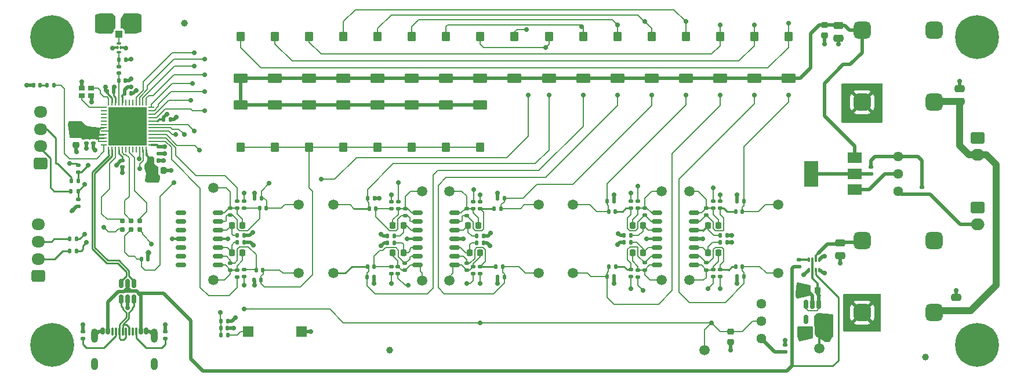
<source format=gbr>
%TF.GenerationSoftware,KiCad,Pcbnew,7.0.9*%
%TF.CreationDate,2024-04-08T22:34:53+02:00*%
%TF.ProjectId,ElectronicBLETarget,456c6563-7472-46f6-9e69-63424c455461,rev?*%
%TF.SameCoordinates,PX29f6300PY5a995c0*%
%TF.FileFunction,Copper,L1,Top*%
%TF.FilePolarity,Positive*%
%FSLAX46Y46*%
G04 Gerber Fmt 4.6, Leading zero omitted, Abs format (unit mm)*
G04 Created by KiCad (PCBNEW 7.0.9) date 2024-04-08 22:34:53*
%MOMM*%
%LPD*%
G01*
G04 APERTURE LIST*
G04 Aperture macros list*
%AMRoundRect*
0 Rectangle with rounded corners*
0 $1 Rounding radius*
0 $2 $3 $4 $5 $6 $7 $8 $9 X,Y pos of 4 corners*
0 Add a 4 corners polygon primitive as box body*
4,1,4,$2,$3,$4,$5,$6,$7,$8,$9,$2,$3,0*
0 Add four circle primitives for the rounded corners*
1,1,$1+$1,$2,$3*
1,1,$1+$1,$4,$5*
1,1,$1+$1,$6,$7*
1,1,$1+$1,$8,$9*
0 Add four rect primitives between the rounded corners*
20,1,$1+$1,$2,$3,$4,$5,0*
20,1,$1+$1,$4,$5,$6,$7,0*
20,1,$1+$1,$6,$7,$8,$9,0*
20,1,$1+$1,$8,$9,$2,$3,0*%
G04 Aperture macros list end*
%TA.AperFunction,SMDPad,CuDef*%
%ADD10R,1.000000X1.050000*%
%TD*%
%TA.AperFunction,SMDPad,CuDef*%
%ADD11R,1.050000X2.200000*%
%TD*%
%TA.AperFunction,SMDPad,CuDef*%
%ADD12RoundRect,0.140000X0.140000X0.170000X-0.140000X0.170000X-0.140000X-0.170000X0.140000X-0.170000X0*%
%TD*%
%TA.AperFunction,SMDPad,CuDef*%
%ADD13RoundRect,0.175000X-0.825000X0.525000X-0.825000X-0.525000X0.825000X-0.525000X0.825000X0.525000X0*%
%TD*%
%TA.AperFunction,SMDPad,CuDef*%
%ADD14RoundRect,0.150000X-0.450000X0.550000X-0.450000X-0.550000X0.450000X-0.550000X0.450000X0.550000X0*%
%TD*%
%TA.AperFunction,SMDPad,CuDef*%
%ADD15R,0.900000X0.800000*%
%TD*%
%TA.AperFunction,SMDPad,CuDef*%
%ADD16RoundRect,0.250000X-0.475000X0.250000X-0.475000X-0.250000X0.475000X-0.250000X0.475000X0.250000X0*%
%TD*%
%TA.AperFunction,SMDPad,CuDef*%
%ADD17C,1.000000*%
%TD*%
%TA.AperFunction,SMDPad,CuDef*%
%ADD18RoundRect,0.135000X-0.135000X-0.185000X0.135000X-0.185000X0.135000X0.185000X-0.135000X0.185000X0*%
%TD*%
%TA.AperFunction,SMDPad,CuDef*%
%ADD19C,1.500000*%
%TD*%
%TA.AperFunction,SMDPad,CuDef*%
%ADD20RoundRect,0.135000X-0.185000X0.135000X-0.185000X-0.135000X0.185000X-0.135000X0.185000X0.135000X0*%
%TD*%
%TA.AperFunction,SMDPad,CuDef*%
%ADD21RoundRect,0.175000X0.825000X-0.525000X0.825000X0.525000X-0.825000X0.525000X-0.825000X-0.525000X0*%
%TD*%
%TA.AperFunction,SMDPad,CuDef*%
%ADD22RoundRect,0.150000X0.450000X-0.550000X0.450000X0.550000X-0.450000X0.550000X-0.450000X-0.550000X0*%
%TD*%
%TA.AperFunction,ComponentPad*%
%ADD23C,6.400000*%
%TD*%
%TA.AperFunction,SMDPad,CuDef*%
%ADD24RoundRect,0.135000X0.135000X0.185000X-0.135000X0.185000X-0.135000X-0.185000X0.135000X-0.185000X0*%
%TD*%
%TA.AperFunction,SMDPad,CuDef*%
%ADD25RoundRect,0.135000X0.185000X-0.135000X0.185000X0.135000X-0.185000X0.135000X-0.185000X-0.135000X0*%
%TD*%
%TA.AperFunction,SMDPad,CuDef*%
%ADD26RoundRect,0.150000X-0.150000X-0.350000X0.150000X-0.350000X0.150000X0.350000X-0.150000X0.350000X0*%
%TD*%
%TA.AperFunction,SMDPad,CuDef*%
%ADD27RoundRect,0.075000X-0.075000X-0.500000X0.075000X-0.500000X0.075000X0.500000X-0.075000X0.500000X0*%
%TD*%
%TA.AperFunction,ComponentPad*%
%ADD28O,1.000000X2.100000*%
%TD*%
%TA.AperFunction,ComponentPad*%
%ADD29O,1.000000X1.800000*%
%TD*%
%TA.AperFunction,ConnectorPad*%
%ADD30C,0.787400*%
%TD*%
%TA.AperFunction,SMDPad,CuDef*%
%ADD31RoundRect,0.062500X0.375000X0.062500X-0.375000X0.062500X-0.375000X-0.062500X0.375000X-0.062500X0*%
%TD*%
%TA.AperFunction,SMDPad,CuDef*%
%ADD32RoundRect,0.062500X0.062500X0.375000X-0.062500X0.375000X-0.062500X-0.375000X0.062500X-0.375000X0*%
%TD*%
%TA.AperFunction,SMDPad,CuDef*%
%ADD33R,5.600000X5.600000*%
%TD*%
%TA.AperFunction,SMDPad,CuDef*%
%ADD34RoundRect,0.225000X-0.250000X0.225000X-0.250000X-0.225000X0.250000X-0.225000X0.250000X0.225000X0*%
%TD*%
%TA.AperFunction,SMDPad,CuDef*%
%ADD35RoundRect,0.147500X0.172500X-0.147500X0.172500X0.147500X-0.172500X0.147500X-0.172500X-0.147500X0*%
%TD*%
%TA.AperFunction,SMDPad,CuDef*%
%ADD36R,2.000000X1.500000*%
%TD*%
%TA.AperFunction,SMDPad,CuDef*%
%ADD37R,2.000000X3.800000*%
%TD*%
%TA.AperFunction,SMDPad,CuDef*%
%ADD38R,1.500000X1.500000*%
%TD*%
%TA.AperFunction,ComponentPad*%
%ADD39RoundRect,0.250000X0.725000X-0.600000X0.725000X0.600000X-0.725000X0.600000X-0.725000X-0.600000X0*%
%TD*%
%TA.AperFunction,ComponentPad*%
%ADD40O,1.950000X1.700000*%
%TD*%
%TA.AperFunction,SMDPad,CuDef*%
%ADD41RoundRect,0.050000X0.100000X-0.285000X0.100000X0.285000X-0.100000X0.285000X-0.100000X-0.285000X0*%
%TD*%
%TA.AperFunction,SMDPad,CuDef*%
%ADD42RoundRect,0.225000X-0.225000X-0.250000X0.225000X-0.250000X0.225000X0.250000X-0.225000X0.250000X0*%
%TD*%
%TA.AperFunction,SMDPad,CuDef*%
%ADD43RoundRect,0.147500X0.147500X0.172500X-0.147500X0.172500X-0.147500X-0.172500X0.147500X-0.172500X0*%
%TD*%
%TA.AperFunction,SMDPad,CuDef*%
%ADD44RoundRect,0.225000X0.225000X0.250000X-0.225000X0.250000X-0.225000X-0.250000X0.225000X-0.250000X0*%
%TD*%
%TA.AperFunction,SMDPad,CuDef*%
%ADD45RoundRect,0.068750X0.281250X-0.068750X0.281250X0.068750X-0.281250X0.068750X-0.281250X-0.068750X0*%
%TD*%
%TA.AperFunction,SMDPad,CuDef*%
%ADD46RoundRect,0.062500X0.062500X-0.162500X0.062500X0.162500X-0.062500X0.162500X-0.062500X-0.162500X0*%
%TD*%
%TA.AperFunction,SMDPad,CuDef*%
%ADD47RoundRect,0.140000X-0.170000X0.140000X-0.170000X-0.140000X0.170000X-0.140000X0.170000X0.140000X0*%
%TD*%
%TA.AperFunction,SMDPad,CuDef*%
%ADD48RoundRect,0.150000X-0.600000X-0.150000X0.600000X-0.150000X0.600000X0.150000X-0.600000X0.150000X0*%
%TD*%
%TA.AperFunction,ComponentPad*%
%ADD49RoundRect,0.250000X-0.750000X0.600000X-0.750000X-0.600000X0.750000X-0.600000X0.750000X0.600000X0*%
%TD*%
%TA.AperFunction,ComponentPad*%
%ADD50O,2.000000X1.700000*%
%TD*%
%TA.AperFunction,SMDPad,CuDef*%
%ADD51RoundRect,0.140000X-0.140000X-0.170000X0.140000X-0.170000X0.140000X0.170000X-0.140000X0.170000X0*%
%TD*%
%TA.AperFunction,SMDPad,CuDef*%
%ADD52RoundRect,0.625000X0.625000X0.625000X-0.625000X0.625000X-0.625000X-0.625000X0.625000X-0.625000X0*%
%TD*%
%TA.AperFunction,SMDPad,CuDef*%
%ADD53RoundRect,0.150000X0.600000X0.150000X-0.600000X0.150000X-0.600000X-0.150000X0.600000X-0.150000X0*%
%TD*%
%TA.AperFunction,SMDPad,CuDef*%
%ADD54RoundRect,0.250000X0.475000X-0.250000X0.475000X0.250000X-0.475000X0.250000X-0.475000X-0.250000X0*%
%TD*%
%TA.AperFunction,ComponentPad*%
%ADD55C,1.440000*%
%TD*%
%TA.AperFunction,SMDPad,CuDef*%
%ADD56RoundRect,0.150000X-0.150000X0.512500X-0.150000X-0.512500X0.150000X-0.512500X0.150000X0.512500X0*%
%TD*%
%TA.AperFunction,SMDPad,CuDef*%
%ADD57RoundRect,0.150000X0.150000X-0.512500X0.150000X0.512500X-0.150000X0.512500X-0.150000X-0.512500X0*%
%TD*%
%TA.AperFunction,ViaPad*%
%ADD58C,0.700000*%
%TD*%
%TA.AperFunction,ViaPad*%
%ADD59C,0.800000*%
%TD*%
%TA.AperFunction,Conductor*%
%ADD60C,0.500000*%
%TD*%
%TA.AperFunction,Conductor*%
%ADD61C,0.300000*%
%TD*%
%TA.AperFunction,Conductor*%
%ADD62C,0.220000*%
%TD*%
%TA.AperFunction,Conductor*%
%ADD63C,0.200000*%
%TD*%
%TA.AperFunction,Conductor*%
%ADD64C,0.190000*%
%TD*%
%TA.AperFunction,Conductor*%
%ADD65C,1.000000*%
%TD*%
%TA.AperFunction,Conductor*%
%ADD66C,0.250000*%
%TD*%
G04 APERTURE END LIST*
D10*
%TO.P,J4,1,In*%
%TO.N,/RF_ANT*%
X14727500Y50437500D03*
D11*
%TO.P,J4,2,Ext*%
%TO.N,GND*%
X13252500Y51962500D03*
X16202500Y51962500D03*
%TD*%
D12*
%TO.P,C41,1*%
%TO.N,/SensorArrayGroup3/SensorCenter/center_d*%
X36250000Y25000000D03*
%TO.P,C41,2*%
%TO.N,/SensorArrayGroup3/SensorCenter/center_Minus*%
X35290000Y25000000D03*
%TD*%
D13*
%TO.P,D13,1,K*%
%TO.N,+9V*%
X102500000Y43950000D03*
D14*
%TO.P,D13,2,A*%
%TO.N,/SensorArrayGroup2/SensorChannel6/ch2_d*%
X102500000Y50050000D03*
%TD*%
D12*
%TO.P,C37,1*%
%TO.N,/SensorArrayGroup2/SensorChannel8/ch4_D*%
X105750000Y24500000D03*
%TO.P,C37,2*%
%TO.N,/SensorArrayGroup2/SensorChannel8/ch4_negative*%
X104790000Y24500000D03*
%TD*%
D15*
%TO.P,X1,1,1*%
%TO.N,/HSE_OUT*%
X10680000Y42550000D03*
%TO.P,X1,2,2*%
%TO.N,GND*%
X9280000Y42550000D03*
%TO.P,X1,3,3*%
%TO.N,/HSE_IN*%
X9280000Y41450000D03*
%TO.P,X1,4,4*%
%TO.N,GND*%
X10680000Y41450000D03*
%TD*%
D16*
%TO.P,C20,1*%
%TO.N,Net-(U3-+Vout)*%
X120000000Y19950000D03*
%TO.P,C20,2*%
%TO.N,GND*%
X120000000Y18050000D03*
%TD*%
D17*
%TO.P,FM2,*%
%TO.N,*%
X24250000Y52000000D03*
%TD*%
D18*
%TO.P,R18,1*%
%TO.N,GND*%
X53955000Y20960000D03*
%TO.P,R18,2*%
%TO.N,/SensorArrayGroup1/SensorChannel1/ch1_Positive*%
X54975000Y20960000D03*
%TD*%
D19*
%TO.P,TP23,1,1*%
%TO.N,/SensorArrayGroup3/SensorCenter/center_output*%
X28500000Y28000000D03*
%TD*%
D18*
%TO.P,R23,1*%
%TO.N,GND*%
X53955000Y19960000D03*
%TO.P,R23,2*%
%TO.N,/SensorArrayGroup1/SensorChannel2/ch2_Positive*%
X54975000Y19960000D03*
%TD*%
D20*
%TO.P,R55,1*%
%TO.N,/ch8*%
X101490000Y26010000D03*
%TO.P,R55,2*%
%TO.N,/SensorArrayGroup2/SensorChannel8/ch4_output*%
X101490000Y24990000D03*
%TD*%
D21*
%TO.P,D20,1,K*%
%TO.N,+9V*%
X57500000Y40050000D03*
D22*
%TO.P,D20,2,A*%
%TO.N,/SensorArrayGroup3/SensorBackRow/back_d*%
X57500000Y33950000D03*
%TD*%
D23*
%TO.P,H2,1,1*%
%TO.N,GND*%
X5000000Y5000000D03*
%TD*%
D13*
%TO.P,D4,1,K*%
%TO.N,+9V*%
X62500000Y43950000D03*
D14*
%TO.P,D4,2,A*%
%TO.N,/SensorArrayGroup1/SensorChannel2/ch2_d*%
X62500000Y50050000D03*
%TD*%
D19*
%TO.P,TP10,1,1*%
%TO.N,/SensorArrayGroup1/SensorChannel4/ch4_D*%
X76025000Y25500000D03*
%TD*%
D23*
%TO.P,H4,1,1*%
%TO.N,GND*%
X140000000Y5000000D03*
%TD*%
D24*
%TO.P,R63,1*%
%TO.N,GND*%
X33010000Y21000000D03*
%TO.P,R63,2*%
%TO.N,/SensorArrayGroup3/SensorCenter/center_positive*%
X31990000Y21000000D03*
%TD*%
D25*
%TO.P,R26,1*%
%TO.N,/SensorArrayGroup1/TrimPotCenterTap*%
X67475000Y15450000D03*
%TO.P,R26,2*%
%TO.N,/SensorArrayGroup1/SensorChannel3/ch3_Minus*%
X67475000Y16470000D03*
%TD*%
D12*
%TO.P,C39,1*%
%TO.N,/SensorArrayGroup3/SensorBackRow/back_d*%
X35730000Y16000000D03*
%TO.P,C39,2*%
%TO.N,/SensorArrayGroup3/SensorBackRow/back_minus*%
X34770000Y16000000D03*
%TD*%
D26*
%TO.P,J6,A1,GND*%
%TO.N,GND*%
X12320000Y7075000D03*
%TO.P,J6,A4,VBUS*%
%TO.N,Net-(U4-VBUS)*%
X13120000Y7075000D03*
D27*
%TO.P,J6,A5,CC1*%
%TO.N,/Power/USB_CC1*%
X14270000Y7000000D03*
%TO.P,J6,A6,D+*%
%TO.N,/Power/USB_FD+*%
X15270000Y7000000D03*
%TO.P,J6,A7,D-*%
%TO.N,/Power/USB_FD-*%
X15770000Y7000000D03*
%TO.P,J6,A8,SBU1*%
%TO.N,unconnected-(J6-SBU1-PadA8)*%
X16770000Y7000000D03*
D26*
%TO.P,J6,A9,VBUS*%
%TO.N,Net-(U4-VBUS)*%
X17920000Y7075000D03*
%TO.P,J6,A12,GND*%
%TO.N,GND*%
X18720000Y7075000D03*
%TO.P,J6,B1,GND*%
X18720000Y7075000D03*
%TO.P,J6,B4,VBUS*%
%TO.N,Net-(U4-VBUS)*%
X17920000Y7075000D03*
D27*
%TO.P,J6,B5,CC2*%
%TO.N,/Power/USB_CC2*%
X17270000Y7000000D03*
%TO.P,J6,B6,D+*%
%TO.N,/Power/USB_FD+*%
X16270000Y7000000D03*
%TO.P,J6,B7,D-*%
%TO.N,/Power/USB_FD-*%
X14770000Y7000000D03*
%TO.P,J6,B8,SBU2*%
%TO.N,unconnected-(J6-SBU2-PadB8)*%
X13770000Y7000000D03*
D26*
%TO.P,J6,B9,VBUS*%
%TO.N,Net-(U4-VBUS)*%
X13120000Y7075000D03*
%TO.P,J6,B12,GND*%
%TO.N,GND*%
X12320000Y7075000D03*
D28*
%TO.P,J6,S1,SHIELD*%
X11200000Y6425000D03*
D29*
X11200000Y2245000D03*
D28*
X19840000Y6425000D03*
D29*
X19840000Y2245000D03*
%TD*%
D17*
%TO.P,FM1,*%
%TO.N,*%
X132500000Y3250000D03*
%TD*%
D19*
%TO.P,TP3,1,1*%
%TO.N,+3V3*%
X117000000Y4500000D03*
%TD*%
D20*
%TO.P,R49,1*%
%TO.N,/SensorArrayGroup2/SensorChannel7/ch3_Minus*%
X100490000Y17020000D03*
%TO.P,R49,2*%
%TO.N,/SensorArrayGroup2/SensorChannel7/ch3_output*%
X100490000Y16000000D03*
%TD*%
D19*
%TO.P,TP20,1,1*%
%TO.N,/SensorArrayGroup3/SensorBackRow/back_d*%
X41000000Y15500000D03*
%TD*%
D30*
%TO.P,J3,1,VCC*%
%TO.N,+3V3*%
X15250000Y21905000D03*
%TO.P,J3,2,SWDIO*%
%TO.N,/SWD_DIO*%
X15250000Y23175000D03*
%TO.P,J3,3,~{RESET}*%
%TO.N,/SWD_NRST*%
X16520000Y21905000D03*
%TO.P,J3,4,SWCLK*%
%TO.N,/SWD_CLK*%
X16520000Y23175000D03*
%TO.P,J3,5,GND*%
%TO.N,GND*%
X17790000Y21905000D03*
%TO.P,J3,6,SWO*%
%TO.N,/SWD_TRC*%
X17790000Y23175000D03*
%TD*%
D25*
%TO.P,R30,1*%
%TO.N,/ch3*%
X66475000Y15440000D03*
%TO.P,R30,2*%
%TO.N,/SensorArrayGroup1/SensorChannel3/ch3_output*%
X66475000Y16460000D03*
%TD*%
D20*
%TO.P,R20,1*%
%TO.N,/ch1*%
X55525000Y25970000D03*
%TO.P,R20,2*%
%TO.N,/SensorArrayGroup1/SensorChannel1/ch1_Output*%
X55525000Y24950000D03*
%TD*%
D24*
%TO.P,R53,1*%
%TO.N,GND*%
X103500000Y21000000D03*
%TO.P,R53,2*%
%TO.N,/SensorArrayGroup2/SensorChannel8/ch4_positive*%
X102480000Y21000000D03*
%TD*%
D19*
%TO.P,TP1,1,1*%
%TO.N,/SensorArrayGroup1/TrimPotCenterTap*%
X100250000Y4250000D03*
%TD*%
D20*
%TO.P,R40,1*%
%TO.N,/ch5*%
X90490000Y26010000D03*
%TO.P,R40,2*%
%TO.N,/SensorArrayGroup2/SensorChannel5/ch1_Output*%
X90490000Y24990000D03*
%TD*%
D31*
%TO.P,U1,1,VBAT*%
%TO.N,+3V3*%
X19417500Y34250000D03*
%TO.P,U1,2,PC14*%
%TO.N,/chSide*%
X19417500Y34750000D03*
%TO.P,U1,3,PC15*%
%TO.N,/chCenter*%
X19417500Y35250000D03*
%TO.P,U1,4,PH3*%
%TO.N,/BOOT0*%
X19417500Y35750000D03*
%TO.P,U1,5,PB8*%
%TO.N,/I2C_SCL*%
X19417500Y36250000D03*
%TO.P,U1,6,PB9*%
%TO.N,/I2C_SDA*%
X19417500Y36750000D03*
%TO.P,U1,7,NRST*%
%TO.N,/SWD_NRST*%
X19417500Y37250000D03*
%TO.P,U1,8,VDDA*%
%TO.N,+3V3*%
X19417500Y37750000D03*
%TO.P,U1,9,PA0*%
%TO.N,/ch1*%
X19417500Y38250000D03*
%TO.P,U1,10,PA1*%
%TO.N,/ch2*%
X19417500Y38750000D03*
%TO.P,U1,11,PA2*%
%TO.N,/ch3*%
X19417500Y39250000D03*
%TO.P,U1,12,PA3*%
%TO.N,/ch4*%
X19417500Y39750000D03*
D32*
%TO.P,U1,13,PA4*%
%TO.N,/ch5*%
X18730000Y40437500D03*
%TO.P,U1,14,PA5*%
%TO.N,/ch6*%
X18230000Y40437500D03*
%TO.P,U1,15,PA6*%
%TO.N,/ch7*%
X17730000Y40437500D03*
%TO.P,U1,16,PA7*%
%TO.N,/ch8*%
X17230000Y40437500D03*
%TO.P,U1,17,PA8*%
%TO.N,unconnected-(U1-PA8-Pad17)*%
X16730000Y40437500D03*
%TO.P,U1,18,PA9*%
%TO.N,unconnected-(U1-PA9-Pad18)*%
X16230000Y40437500D03*
%TO.P,U1,19,PB2*%
%TO.N,unconnected-(U1-PB2-Pad19)*%
X15730000Y40437500D03*
%TO.P,U1,20,VDD*%
%TO.N,+3V3*%
X15230000Y40437500D03*
%TO.P,U1,21,RF1*%
%TO.N,/RF*%
X14730000Y40437500D03*
%TO.P,U1,22,VSSRF*%
%TO.N,GND*%
X14230000Y40437500D03*
%TO.P,U1,23,VDDRF*%
%TO.N,+3V3*%
X13730000Y40437500D03*
%TO.P,U1,24,OSC_OUT*%
%TO.N,/HSE_OUT*%
X13230000Y40437500D03*
D31*
%TO.P,U1,25,OSC_IN*%
%TO.N,/HSE_IN*%
X12542500Y39750000D03*
%TO.P,U1,26,AT0*%
%TO.N,unconnected-(U1-AT0-Pad26)*%
X12542500Y39250000D03*
%TO.P,U1,27,AT1*%
%TO.N,unconnected-(U1-AT1-Pad27)*%
X12542500Y38750000D03*
%TO.P,U1,28,PB0*%
%TO.N,unconnected-(U1-PB0-Pad28)*%
X12542500Y38250000D03*
%TO.P,U1,29,PB1*%
%TO.N,unconnected-(U1-PB1-Pad29)*%
X12542500Y37750000D03*
%TO.P,U1,30,PE4*%
%TO.N,unconnected-(U1-PE4-Pad30)*%
X12542500Y37250000D03*
%TO.P,U1,31,VFBSMPS*%
%TO.N,+3V3*%
X12542500Y36750000D03*
%TO.P,U1,32,VSSSMPS*%
%TO.N,GND*%
X12542500Y36250000D03*
%TO.P,U1,33,VLXSMPS*%
%TO.N,+3V3*%
X12542500Y35750000D03*
%TO.P,U1,34,VDDSMPS*%
X12542500Y35250000D03*
%TO.P,U1,35,VDD*%
X12542500Y34750000D03*
%TO.P,U1,36,PA10*%
%TO.N,/LED*%
X12542500Y34250000D03*
D32*
%TO.P,U1,37,PA11*%
%TO.N,/USB_D-*%
X13230000Y33562500D03*
%TO.P,U1,38,PA12*%
%TO.N,/USB_D+*%
X13730000Y33562500D03*
%TO.P,U1,39,PA13*%
%TO.N,/SWD_DIO*%
X14230000Y33562500D03*
%TO.P,U1,40,VDDUSB*%
%TO.N,+3V3*%
X14730000Y33562500D03*
%TO.P,U1,41,PA14*%
%TO.N,/SWD_CLK*%
X15230000Y33562500D03*
%TO.P,U1,42,PA15*%
%TO.N,unconnected-(U1-PA15-Pad42)*%
X15730000Y33562500D03*
%TO.P,U1,43,PB3*%
%TO.N,/SWD_TRC*%
X16230000Y33562500D03*
%TO.P,U1,44,PB4*%
%TO.N,unconnected-(U1-PB4-Pad44)*%
X16730000Y33562500D03*
%TO.P,U1,45,PB5*%
%TO.N,unconnected-(U1-PB5-Pad45)*%
X17230000Y33562500D03*
%TO.P,U1,46,PB6*%
%TO.N,/USART1_TX*%
X17730000Y33562500D03*
%TO.P,U1,47,PB7*%
%TO.N,/USART1_RX*%
X18230000Y33562500D03*
%TO.P,U1,48,VDD*%
%TO.N,+3V3*%
X18730000Y33562500D03*
D33*
%TO.P,U1,49,VSS*%
%TO.N,GND*%
X15980000Y37000000D03*
%TD*%
D24*
%TO.P,R27,1*%
%TO.N,/SensorArrayGroup1/SensorChannel3/ch3_D*%
X70985000Y14960000D03*
%TO.P,R27,2*%
%TO.N,GND*%
X69965000Y14960000D03*
%TD*%
D13*
%TO.P,D8,1,K*%
%TO.N,+9V*%
X52500000Y43950000D03*
D14*
%TO.P,D8,2,A*%
%TO.N,/SensorArrayGroup1/SensorChannel4/ch4_D*%
X52500000Y50050000D03*
%TD*%
D34*
%TO.P,C1,1*%
%TO.N,+9V*%
X117750000Y51775000D03*
%TO.P,C1,2*%
%TO.N,GND*%
X117750000Y50225000D03*
%TD*%
D35*
%TO.P,L1,1,1*%
%TO.N,/RF*%
X14727500Y44717500D03*
%TO.P,L1,2,2*%
%TO.N,/RF_MATCH*%
X14727500Y45687500D03*
%TD*%
D36*
%TO.P,U6,1,ADJ*%
%TO.N,Net-(U6-ADJ)*%
X122150000Y27750000D03*
%TO.P,U6,2,VO*%
%TO.N,Net-(U6-VO)*%
X122150000Y30050000D03*
D37*
X115850000Y30050000D03*
D36*
%TO.P,U6,3,VI*%
%TO.N,+9V*%
X122150000Y32350000D03*
%TD*%
D38*
%TO.P,SW1,1,1*%
%TO.N,Net-(R10-Pad2)*%
X33600000Y7000000D03*
%TO.P,SW1,2,2*%
%TO.N,+3V3*%
X41400000Y7000000D03*
%TD*%
D39*
%TO.P,J2,1,Pin_1*%
%TO.N,GND*%
X3250000Y31560000D03*
D40*
%TO.P,J2,2,Pin_2*%
%TO.N,/I2C_SDAC*%
X3250000Y34060000D03*
%TO.P,J2,3,Pin_3*%
%TO.N,/I2C_SCLC*%
X3250000Y36560000D03*
%TO.P,J2,4,Pin_4*%
%TO.N,+3V3*%
X3250000Y39060000D03*
%TD*%
D13*
%TO.P,D9,1,K*%
%TO.N,+9V*%
X92500000Y43950000D03*
D14*
%TO.P,D9,2,A*%
%TO.N,/SensorArrayGroup1/SensorChannel4/ch4_D*%
X92500000Y50050000D03*
%TD*%
D18*
%TO.P,R17,1*%
%TO.N,/SensorArrayGroup1/SensorChannel1/ch1_d*%
X51005000Y26460000D03*
%TO.P,R17,2*%
%TO.N,GND*%
X52025000Y26460000D03*
%TD*%
D25*
%TO.P,R45,1*%
%TO.N,/ch6*%
X90490000Y14980000D03*
%TO.P,R45,2*%
%TO.N,/SensorArrayGroup2/SensorChannel6/ch2_output*%
X90490000Y16000000D03*
%TD*%
D41*
%TO.P,U5,1,GND*%
%TO.N,GND*%
X115500000Y16000000D03*
%TO.P,U5,2,VOUT*%
%TO.N,+5V*%
X116000000Y16000000D03*
%TO.P,U5,3,VIN1*%
%TO.N,Net-(U4-VBUS)*%
X116500000Y16000000D03*
%TO.P,U5,4,ON_*%
%TO.N,GND*%
X117000000Y16000000D03*
%TO.P,U5,5,GND*%
X117000000Y17480000D03*
%TO.P,U5,6,VIN2*%
%TO.N,Net-(U3-+Vout)*%
X116500000Y17480000D03*
%TO.P,U5,7,VOUT*%
%TO.N,+5V*%
X116000000Y17480000D03*
%TO.P,U5,8,ST*%
%TO.N,Net-(U5-ST)*%
X115500000Y17480000D03*
%TD*%
D19*
%TO.P,TP13,1,1*%
%TO.N,/SensorArrayGroup2/SensorChannel5/ch1_Output*%
X93990000Y27500000D03*
%TD*%
D18*
%TO.P,R37,1*%
%TO.N,/SensorArrayGroup2/SensorChannel5/ch1_d*%
X85980000Y26000000D03*
%TO.P,R37,2*%
%TO.N,GND*%
X87000000Y26000000D03*
%TD*%
D13*
%TO.P,D26,1,K*%
%TO.N,+9V*%
X72500000Y43950000D03*
D14*
%TO.P,D26,2,A*%
%TO.N,/SensorArrayGroup3/SensorCenter/center_d*%
X72500000Y50050000D03*
%TD*%
D24*
%TO.P,R52,1*%
%TO.N,/SensorArrayGroup2/SensorChannel8/ch4_D*%
X106000000Y26000000D03*
%TO.P,R52,2*%
%TO.N,GND*%
X104980000Y26000000D03*
%TD*%
D20*
%TO.P,R29,1*%
%TO.N,/SensorArrayGroup1/SensorChannel3/ch3_Minus*%
X65475000Y16970000D03*
%TO.P,R29,2*%
%TO.N,/SensorArrayGroup1/SensorChannel3/ch3_output*%
X65475000Y15950000D03*
%TD*%
D42*
%TO.P,C36,1*%
%TO.N,/SensorArrayGroup2/SensorChannel7/ch3_positive*%
X100715000Y18500000D03*
%TO.P,C36,2*%
%TO.N,/SensorArrayGroup2/SensorChannel7/ch3_output*%
X102265000Y18500000D03*
%TD*%
D13*
%TO.P,D7,1,K*%
%TO.N,+9V*%
X87500000Y43950000D03*
D14*
%TO.P,D7,2,A*%
%TO.N,/SensorArrayGroup1/SensorChannel3/ch3_D*%
X87500000Y50050000D03*
%TD*%
D13*
%TO.P,D17,1,K*%
%TO.N,+9V*%
X112500000Y43950000D03*
D14*
%TO.P,D17,2,A*%
%TO.N,/SensorArrayGroup2/SensorChannel8/ch4_D*%
X112500000Y50050000D03*
%TD*%
D43*
%TO.P,D1,1,K*%
%TO.N,Net-(D1-K)*%
X3220000Y43000000D03*
%TO.P,D1,2,A*%
%TO.N,+3V3*%
X2250000Y43000000D03*
%TD*%
D18*
%TO.P,R9,1*%
%TO.N,/BOOT0*%
X29590000Y8500000D03*
%TO.P,R9,2*%
%TO.N,GND*%
X30610000Y8500000D03*
%TD*%
D44*
%TO.P,C26,1*%
%TO.N,/SensorArrayGroup1/SensorChannel2/ch2_Positive*%
X56250000Y18460000D03*
%TO.P,C26,2*%
%TO.N,/SensorArrayGroup1/SensorChannel2/ch2_output*%
X54700000Y18460000D03*
%TD*%
D20*
%TO.P,R1,1*%
%TO.N,+3V3*%
X112000000Y5020000D03*
%TO.P,R1,2*%
%TO.N,Net-(R1-Pad2)*%
X112000000Y4000000D03*
%TD*%
D25*
%TO.P,R64,1*%
%TO.N,/SensorArrayGroup3/SensorCenter/center_Minus*%
X31000000Y23990000D03*
%TO.P,R64,2*%
%TO.N,/SensorArrayGroup3/SensorCenter/center_output*%
X31000000Y25010000D03*
%TD*%
D19*
%TO.P,TP22,1,1*%
%TO.N,/SensorArrayGroup3/SensorCenter/center_d*%
X41000000Y25500000D03*
%TD*%
D20*
%TO.P,R16,1*%
%TO.N,/SensorArrayGroup1/TrimPotCenterTap*%
X54525000Y25970000D03*
%TO.P,R16,2*%
%TO.N,/SensorArrayGroup1/SensorChannel1/ch1_Minus*%
X54525000Y24950000D03*
%TD*%
D18*
%TO.P,R3,1*%
%TO.N,/I2C_SCLC*%
X7740000Y29000000D03*
%TO.P,R3,2*%
%TO.N,/I2C_SCL*%
X8760000Y29000000D03*
%TD*%
D19*
%TO.P,TP18,1,1*%
%TO.N,/SensorArrayGroup2/SensorChannel8/ch4_D*%
X110990000Y25500000D03*
%TD*%
D23*
%TO.P,H1,1,1*%
%TO.N,GND*%
X5000000Y50000000D03*
%TD*%
D24*
%TO.P,R32,1*%
%TO.N,/SensorArrayGroup1/SensorChannel4/ch4_D*%
X70985000Y26460000D03*
%TO.P,R32,2*%
%TO.N,GND*%
X69965000Y26460000D03*
%TD*%
D42*
%TO.P,C38,1*%
%TO.N,/SensorArrayGroup2/SensorChannel8/ch4_positive*%
X100715000Y22500000D03*
%TO.P,C38,2*%
%TO.N,/SensorArrayGroup2/SensorChannel8/ch4_output*%
X102265000Y22500000D03*
%TD*%
D24*
%TO.P,R33,1*%
%TO.N,GND*%
X67985000Y20960000D03*
%TO.P,R33,2*%
%TO.N,/SensorArrayGroup1/SensorChannel4/ch4_positive*%
X66965000Y20960000D03*
%TD*%
D13*
%TO.P,D10,1,K*%
%TO.N,+9V*%
X47500000Y43950000D03*
D14*
%TO.P,D10,2,A*%
%TO.N,/SensorArrayGroup2/SensorChannel5/ch1_d*%
X47500000Y50050000D03*
%TD*%
D17*
%TO.P,FM3,*%
%TO.N,*%
X54250000Y4250000D03*
%TD*%
D45*
%TO.P,FLT1,1,IN*%
%TO.N,/RF_MATCH*%
X14750000Y47825000D03*
D46*
%TO.P,FLT1,2,GND*%
%TO.N,GND*%
X14977500Y48437500D03*
D45*
%TO.P,FLT1,3,OUT*%
%TO.N,/RF_ANT*%
X14750000Y49050000D03*
D46*
%TO.P,FLT1,4,GND*%
%TO.N,GND*%
X14522500Y48437500D03*
%TD*%
D13*
%TO.P,D11,1,K*%
%TO.N,+9V*%
X97500000Y43950000D03*
D14*
%TO.P,D11,2,A*%
%TO.N,/SensorArrayGroup2/SensorChannel5/ch1_d*%
X97500000Y50050000D03*
%TD*%
D47*
%TO.P,C7,1*%
%TO.N,+3V3*%
X9980000Y35460000D03*
%TO.P,C7,2*%
%TO.N,GND*%
X9980000Y34500000D03*
%TD*%
D13*
%TO.P,D14,1,K*%
%TO.N,+9V*%
X37500000Y43950000D03*
D14*
%TO.P,D14,2,A*%
%TO.N,/SensorArrayGroup2/SensorChannel7/ch3_D*%
X37500000Y50050000D03*
%TD*%
D25*
%TO.P,R46,1*%
%TO.N,/SensorArrayGroup1/TrimPotCenterTap*%
X102490000Y14990000D03*
%TO.P,R46,2*%
%TO.N,/SensorArrayGroup2/SensorChannel7/ch3_Minus*%
X102490000Y16010000D03*
%TD*%
D18*
%TO.P,R22,1*%
%TO.N,/SensorArrayGroup1/SensorChannel2/ch2_d*%
X50965000Y14980000D03*
%TO.P,R22,2*%
%TO.N,GND*%
X51985000Y14980000D03*
%TD*%
D16*
%TO.P,C19,1*%
%TO.N,+9V*%
X119750000Y51700000D03*
%TO.P,C19,2*%
%TO.N,GND*%
X119750000Y49800000D03*
%TD*%
D48*
%TO.P,U9,1*%
%TO.N,/SensorArrayGroup2/SensorChannel5/ch1_Output*%
X93290000Y24310000D03*
%TO.P,U9,2,-*%
%TO.N,/SensorArrayGroup2/SensorChannel5/ch1_Minus*%
X93290000Y23040000D03*
%TO.P,U9,3,+*%
%TO.N,/SensorArrayGroup2/SensorChannel5/ch1_Positive*%
X93290000Y21770000D03*
%TO.P,U9,4,V+*%
%TO.N,+3V3*%
X93290000Y20500000D03*
%TO.P,U9,5,+*%
%TO.N,/SensorArrayGroup2/SensorChannel6/ch2_Positive*%
X93290000Y19230000D03*
%TO.P,U9,6,-*%
%TO.N,/SensorArrayGroup2/SensorChannel6/ch2_Minus*%
X93290000Y17960000D03*
%TO.P,U9,7*%
%TO.N,/SensorArrayGroup2/SensorChannel6/ch2_output*%
X93290000Y16690000D03*
%TO.P,U9,8*%
%TO.N,/SensorArrayGroup2/SensorChannel7/ch3_output*%
X98690000Y16690000D03*
%TO.P,U9,9,-*%
%TO.N,/SensorArrayGroup2/SensorChannel7/ch3_Minus*%
X98690000Y17960000D03*
%TO.P,U9,10,+*%
%TO.N,/SensorArrayGroup2/SensorChannel7/ch3_positive*%
X98690000Y19230000D03*
%TO.P,U9,11,V-*%
%TO.N,GND*%
X98690000Y20500000D03*
%TO.P,U9,12,+*%
%TO.N,/SensorArrayGroup2/SensorChannel8/ch4_positive*%
X98690000Y21770000D03*
%TO.P,U9,13,-*%
%TO.N,/SensorArrayGroup2/SensorChannel8/ch4_negative*%
X98690000Y23040000D03*
%TO.P,U9,14*%
%TO.N,/SensorArrayGroup2/SensorChannel8/ch4_output*%
X98690000Y24310000D03*
%TD*%
D49*
%TO.P,J7,1,Pin_1*%
%TO.N,GND*%
X140150000Y25110000D03*
D50*
%TO.P,J7,2,Pin_2*%
%TO.N,Net-(J7-Pin_2)*%
X140150000Y22610000D03*
%TD*%
D44*
%TO.P,C24,1*%
%TO.N,/SensorArrayGroup1/SensorChannel1/ch1_Positive*%
X56250000Y22460000D03*
%TO.P,C24,2*%
%TO.N,/SensorArrayGroup1/SensorChannel1/ch1_Output*%
X54700000Y22460000D03*
%TD*%
D49*
%TO.P,J5,1,Pin_1*%
%TO.N,GND*%
X140150000Y35270000D03*
D50*
%TO.P,J5,2,Pin_2*%
%TO.N,+BATT*%
X140150000Y32770000D03*
%TD*%
D24*
%TO.P,R47,1*%
%TO.N,/SensorArrayGroup2/SensorChannel7/ch3_D*%
X105990000Y15000000D03*
%TO.P,R47,2*%
%TO.N,GND*%
X104970000Y15000000D03*
%TD*%
D19*
%TO.P,TP12,1,1*%
%TO.N,/SensorArrayGroup2/SensorChannel5/ch1_d*%
X80990000Y25500000D03*
%TD*%
D25*
%TO.P,R54,1*%
%TO.N,/SensorArrayGroup2/SensorChannel8/ch4_negative*%
X100490000Y23990000D03*
%TO.P,R54,2*%
%TO.N,/SensorArrayGroup2/SensorChannel8/ch4_output*%
X100490000Y25010000D03*
%TD*%
D51*
%TO.P,C8,1*%
%TO.N,+3V3*%
X15524999Y41750000D03*
%TO.P,C8,2*%
%TO.N,GND*%
X16484999Y41750000D03*
%TD*%
D25*
%TO.P,R56,1*%
%TO.N,/SensorArrayGroup1/TrimPotCenterTap*%
X33000000Y15000000D03*
%TO.P,R56,2*%
%TO.N,/SensorArrayGroup3/SensorBackRow/back_minus*%
X33000000Y16020000D03*
%TD*%
D20*
%TO.P,R7,1*%
%TO.N,+3V3*%
X8750000Y31260000D03*
%TO.P,R7,2*%
%TO.N,/I2C_SCL*%
X8750000Y30240000D03*
%TD*%
D12*
%TO.P,C29,1*%
%TO.N,/SensorArrayGroup1/SensorChannel4/ch4_D*%
X70480000Y24960000D03*
%TO.P,C29,2*%
%TO.N,/SensorArrayGroup1/SensorChannel4/ch4_negative*%
X69520000Y24960000D03*
%TD*%
D51*
%TO.P,C33,1*%
%TO.N,/SensorArrayGroup2/SensorChannel6/ch2_d*%
X86290000Y16500000D03*
%TO.P,C33,2*%
%TO.N,/SensorArrayGroup2/SensorChannel6/ch2_Minus*%
X87250000Y16500000D03*
%TD*%
D52*
%TO.P,U3,1,+Vin*%
%TO.N,+BATT*%
X133750000Y9750000D03*
%TO.P,U3,2,NC*%
%TO.N,unconnected-(U3-NC-Pad2)*%
X133750000Y20250000D03*
%TO.P,U3,3,+Vout*%
%TO.N,Net-(U3-+Vout)*%
X123250000Y20250000D03*
%TO.P,U3,4,GND*%
%TO.N,GND*%
X123250000Y9750000D03*
%TD*%
D53*
%TO.P,U10,1*%
%TO.N,/SensorArrayGroup3/SensorBackRow/back_output*%
X29200000Y16690000D03*
%TO.P,U10,2,-*%
%TO.N,/SensorArrayGroup3/SensorBackRow/back_minus*%
X29200000Y17960000D03*
%TO.P,U10,3,+*%
%TO.N,/SensorArrayGroup3/SensorBackRow/back_positive*%
X29200000Y19230000D03*
%TO.P,U10,4,V+*%
%TO.N,+3V3*%
X29200000Y20500000D03*
%TO.P,U10,5,+*%
%TO.N,/SensorArrayGroup3/SensorCenter/center_positive*%
X29200000Y21770000D03*
%TO.P,U10,6,-*%
%TO.N,/SensorArrayGroup3/SensorCenter/center_Minus*%
X29200000Y23040000D03*
%TO.P,U10,7*%
%TO.N,/SensorArrayGroup3/SensorCenter/center_output*%
X29200000Y24310000D03*
%TO.P,U10,8*%
%TO.N,unconnected-(U10-Pad8)*%
X23800000Y24310000D03*
%TO.P,U10,9,-*%
%TO.N,unconnected-(U10C---Pad9)*%
X23800000Y23040000D03*
%TO.P,U10,10,+*%
%TO.N,unconnected-(U10C-+-Pad10)*%
X23800000Y21770000D03*
%TO.P,U10,11,V-*%
%TO.N,GND*%
X23800000Y20500000D03*
%TO.P,U10,12,+*%
%TO.N,unconnected-(U10D-+-Pad12)*%
X23800000Y19230000D03*
%TO.P,U10,13,-*%
%TO.N,unconnected-(U10D---Pad13)*%
X23800000Y17960000D03*
%TO.P,U10,14*%
%TO.N,unconnected-(U10-Pad14)*%
X23800000Y16690000D03*
%TD*%
D19*
%TO.P,TP15,1,1*%
%TO.N,/SensorArrayGroup2/SensorChannel6/ch2_output*%
X93990000Y14500000D03*
%TD*%
%TO.P,TP19,1,1*%
%TO.N,/SensorArrayGroup2/SensorChannel8/ch4_output*%
X97990000Y27500000D03*
%TD*%
D18*
%TO.P,R5,1*%
%TO.N,/USART1_TXC*%
X7480000Y20500000D03*
%TO.P,R5,2*%
%TO.N,/USART1_TX*%
X8500000Y20500000D03*
%TD*%
%TO.P,R42,1*%
%TO.N,/SensorArrayGroup2/SensorChannel6/ch2_d*%
X85980000Y15000000D03*
%TO.P,R42,2*%
%TO.N,GND*%
X87000000Y15000000D03*
%TD*%
D12*
%TO.P,C35,1*%
%TO.N,/SensorArrayGroup2/SensorChannel7/ch3_D*%
X105730000Y16500000D03*
%TO.P,C35,2*%
%TO.N,/SensorArrayGroup2/SensorChannel7/ch3_Minus*%
X104770000Y16500000D03*
%TD*%
D51*
%TO.P,C6,1*%
%TO.N,+3V3*%
X19475000Y32000000D03*
%TO.P,C6,2*%
%TO.N,GND*%
X20435000Y32000000D03*
%TD*%
D25*
%TO.P,R41,1*%
%TO.N,/SensorArrayGroup1/TrimPotCenterTap*%
X89490000Y14990000D03*
%TO.P,R41,2*%
%TO.N,/SensorArrayGroup2/SensorChannel6/ch2_Minus*%
X89490000Y16010000D03*
%TD*%
D51*
%TO.P,C5,1*%
%TO.N,+3V3*%
X21270000Y38000000D03*
%TO.P,C5,2*%
%TO.N,GND*%
X22230000Y38000000D03*
%TD*%
%TO.P,C13,1*%
%TO.N,+3V3*%
X13000000Y42000000D03*
%TO.P,C13,2*%
%TO.N,GND*%
X13960000Y42000000D03*
%TD*%
D21*
%TO.P,D25,1,K*%
%TO.N,+9V*%
X32500000Y40050000D03*
D22*
%TO.P,D25,2,A*%
%TO.N,/SensorArrayGroup3/SensorBackRow/back_d*%
X32500000Y33950000D03*
%TD*%
D20*
%TO.P,R24,1*%
%TO.N,/SensorArrayGroup1/SensorChannel2/ch2_Minus*%
X56475000Y16970000D03*
%TO.P,R24,2*%
%TO.N,/SensorArrayGroup1/SensorChannel2/ch2_output*%
X56475000Y15950000D03*
%TD*%
D54*
%TO.P,C17,1*%
%TO.N,+BATT*%
X137500000Y40600000D03*
%TO.P,C17,2*%
%TO.N,GND*%
X137500000Y42500000D03*
%TD*%
D19*
%TO.P,TP9,1,1*%
%TO.N,/SensorArrayGroup1/SensorChannel3/ch3_output*%
X62975000Y14460000D03*
%TD*%
D55*
%TO.P,RV2,1,1*%
%TO.N,Net-(J7-Pin_2)*%
X128500000Y27500000D03*
%TO.P,RV2,2,2*%
%TO.N,Net-(U6-ADJ)*%
X128500000Y30040000D03*
%TO.P,RV2,3,3*%
%TO.N,Net-(R14-Pad2)*%
X128500000Y32580000D03*
%TD*%
%TO.P,RV1,1,1*%
%TO.N,Net-(R1-Pad2)*%
X108500000Y6000000D03*
%TO.P,RV1,2,2*%
%TO.N,/SensorArrayGroup1/TrimPotCenterTap*%
X108500000Y8540000D03*
%TO.P,RV1,3,3*%
%TO.N,GND*%
X108500000Y11080000D03*
%TD*%
D19*
%TO.P,TP14,1,1*%
%TO.N,/SensorArrayGroup2/SensorChannel6/ch2_d*%
X80990000Y15500000D03*
%TD*%
D24*
%TO.P,R48,1*%
%TO.N,GND*%
X103500000Y20000000D03*
%TO.P,R48,2*%
%TO.N,/SensorArrayGroup2/SensorChannel7/ch3_positive*%
X102480000Y20000000D03*
%TD*%
D19*
%TO.P,TP11,1,1*%
%TO.N,/SensorArrayGroup1/SensorChannel4/ch4_output*%
X63000000Y27500000D03*
%TD*%
D13*
%TO.P,D2,1,K*%
%TO.N,+9V*%
X67500000Y43950000D03*
D14*
%TO.P,D2,2,A*%
%TO.N,/SensorArrayGroup1/SensorChannel1/ch1_d*%
X67500000Y50050000D03*
%TD*%
D24*
%TO.P,R58,1*%
%TO.N,GND*%
X33000000Y20000000D03*
%TO.P,R58,2*%
%TO.N,/SensorArrayGroup3/SensorBackRow/back_positive*%
X31980000Y20000000D03*
%TD*%
D21*
%TO.P,D23,1,K*%
%TO.N,+9V*%
X42500000Y40050000D03*
D22*
%TO.P,D23,2,A*%
%TO.N,/SensorArrayGroup3/SensorBackRow/back_d*%
X42500000Y33950000D03*
%TD*%
D51*
%TO.P,C15,1*%
%TO.N,/RF_MATCH*%
X14747500Y46687500D03*
%TO.P,C15,2*%
%TO.N,GND*%
X15707500Y46687500D03*
%TD*%
%TO.P,C14,1*%
%TO.N,/RF*%
X14727500Y43687500D03*
%TO.P,C14,2*%
%TO.N,GND*%
X15687500Y43687500D03*
%TD*%
D19*
%TO.P,TP7,1,1*%
%TO.N,/SensorArrayGroup1/SensorChannel2/ch2_output*%
X58975000Y14460000D03*
%TD*%
D20*
%TO.P,R65,1*%
%TO.N,/chCenter*%
X32000000Y26010000D03*
%TO.P,R65,2*%
%TO.N,/SensorArrayGroup3/SensorCenter/center_output*%
X32000000Y24990000D03*
%TD*%
D25*
%TO.P,R34,1*%
%TO.N,/SensorArrayGroup1/SensorChannel4/ch4_negative*%
X65475000Y23940000D03*
%TO.P,R34,2*%
%TO.N,/SensorArrayGroup1/SensorChannel4/ch4_output*%
X65475000Y24960000D03*
%TD*%
D19*
%TO.P,TP21,1,1*%
%TO.N,/SensorArrayGroup3/SensorBackRow/back_output*%
X28500000Y14500000D03*
%TD*%
D44*
%TO.P,C32,1*%
%TO.N,/SensorArrayGroup2/SensorChannel5/ch1_Positive*%
X91265000Y22500000D03*
%TO.P,C32,2*%
%TO.N,/SensorArrayGroup2/SensorChannel5/ch1_Output*%
X89715000Y22500000D03*
%TD*%
D25*
%TO.P,R8,1*%
%TO.N,+3V3*%
X8790000Y25290000D03*
%TO.P,R8,2*%
%TO.N,/I2C_SDA*%
X8790000Y26310000D03*
%TD*%
D51*
%TO.P,C31,1*%
%TO.N,/SensorArrayGroup2/SensorChannel5/ch1_d*%
X86270000Y24500000D03*
%TO.P,C31,2*%
%TO.N,/SensorArrayGroup2/SensorChannel5/ch1_Minus*%
X87230000Y24500000D03*
%TD*%
D20*
%TO.P,R15,1*%
%TO.N,Net-(R14-Pad2)*%
X132000000Y28060000D03*
%TO.P,R15,2*%
%TO.N,Net-(J7-Pin_2)*%
X132000000Y27040000D03*
%TD*%
D24*
%TO.P,R62,1*%
%TO.N,/SensorArrayGroup3/SensorCenter/center_d*%
X35510000Y26500000D03*
%TO.P,R62,2*%
%TO.N,GND*%
X34490000Y26500000D03*
%TD*%
D19*
%TO.P,TP6,1,1*%
%TO.N,/SensorArrayGroup1/SensorChannel2/ch2_d*%
X46025000Y15500000D03*
%TD*%
D44*
%TO.P,C34,1*%
%TO.N,/SensorArrayGroup2/SensorChannel6/ch2_Positive*%
X91265000Y18500000D03*
%TO.P,C34,2*%
%TO.N,/SensorArrayGroup2/SensorChannel6/ch2_output*%
X89715000Y18500000D03*
%TD*%
D13*
%TO.P,D5,1,K*%
%TO.N,+9V*%
X82500000Y43950000D03*
D14*
%TO.P,D5,2,A*%
%TO.N,/SensorArrayGroup1/SensorChannel2/ch2_d*%
X82500000Y50050000D03*
%TD*%
D42*
%TO.P,C40,1*%
%TO.N,/SensorArrayGroup3/SensorBackRow/back_positive*%
X31225000Y18500000D03*
%TO.P,C40,2*%
%TO.N,/SensorArrayGroup3/SensorBackRow/back_output*%
X32775000Y18500000D03*
%TD*%
D18*
%TO.P,R4,1*%
%TO.N,/I2C_SDAC*%
X7730000Y27500000D03*
%TO.P,R4,2*%
%TO.N,/I2C_SDA*%
X8750000Y27500000D03*
%TD*%
D25*
%TO.P,R11,1*%
%TO.N,/Power/USB_CC2*%
X21500000Y5990000D03*
%TO.P,R11,2*%
%TO.N,GND*%
X21500000Y7010000D03*
%TD*%
D19*
%TO.P,TP8,1,1*%
%TO.N,/SensorArrayGroup1/SensorChannel3/ch3_D*%
X75975000Y15500000D03*
%TD*%
D25*
%TO.P,R12,1*%
%TO.N,/Power/USB_CC1*%
X9500000Y5990000D03*
%TO.P,R12,2*%
%TO.N,GND*%
X9500000Y7010000D03*
%TD*%
D34*
%TO.P,C9,1*%
%TO.N,+3V3*%
X8480000Y35775000D03*
%TO.P,C9,2*%
%TO.N,GND*%
X8480000Y34225000D03*
%TD*%
D25*
%TO.P,R19,1*%
%TO.N,/SensorArrayGroup1/SensorChannel1/ch1_Minus*%
X56525000Y23940000D03*
%TO.P,R19,2*%
%TO.N,/SensorArrayGroup1/SensorChannel1/ch1_Output*%
X56525000Y24960000D03*
%TD*%
D51*
%TO.P,C11,1*%
%TO.N,/SWD_NRST*%
X18000000Y17600000D03*
%TO.P,C11,2*%
%TO.N,GND*%
X18960000Y17600000D03*
%TD*%
D56*
%TO.P,U7,1,VIN*%
%TO.N,+5V*%
X116950000Y11000000D03*
%TO.P,U7,2,GND*%
%TO.N,GND*%
X116000000Y11000000D03*
%TO.P,U7,3,EN*%
%TO.N,+5V*%
X115050000Y11000000D03*
%TO.P,U7,4,NC*%
%TO.N,unconnected-(U7-NC-Pad4)*%
X115050000Y8725000D03*
%TO.P,U7,5,VOUT*%
%TO.N,+3V3*%
X116950000Y8725000D03*
%TD*%
D20*
%TO.P,R61,1*%
%TO.N,/SensorArrayGroup1/TrimPotCenterTap*%
X33000000Y26010000D03*
%TO.P,R61,2*%
%TO.N,/SensorArrayGroup3/SensorCenter/center_Minus*%
X33000000Y24990000D03*
%TD*%
%TO.P,R35,1*%
%TO.N,/ch4*%
X66475000Y25970000D03*
%TO.P,R35,2*%
%TO.N,/SensorArrayGroup1/SensorChannel4/ch4_output*%
X66475000Y24950000D03*
%TD*%
D51*
%TO.P,C23,1*%
%TO.N,/SensorArrayGroup1/SensorChannel1/ch1_d*%
X51270000Y24960000D03*
%TO.P,C23,2*%
%TO.N,/SensorArrayGroup1/SensorChannel1/ch1_Minus*%
X52230000Y24960000D03*
%TD*%
D25*
%TO.P,R50,1*%
%TO.N,/ch7*%
X101490000Y15000000D03*
%TO.P,R50,2*%
%TO.N,/SensorArrayGroup2/SensorChannel7/ch3_output*%
X101490000Y16020000D03*
%TD*%
D19*
%TO.P,TP4,1,1*%
%TO.N,/SensorArrayGroup1/SensorChannel1/ch1_d*%
X46025000Y25500000D03*
%TD*%
D20*
%TO.P,R44,1*%
%TO.N,/SensorArrayGroup2/SensorChannel6/ch2_Minus*%
X91490000Y17020000D03*
%TO.P,R44,2*%
%TO.N,/SensorArrayGroup2/SensorChannel6/ch2_output*%
X91490000Y16000000D03*
%TD*%
D13*
%TO.P,D6,1,K*%
%TO.N,+9V*%
X57500000Y43950000D03*
D14*
%TO.P,D6,2,A*%
%TO.N,/SensorArrayGroup1/SensorChannel3/ch3_D*%
X57500000Y50050000D03*
%TD*%
D25*
%TO.P,R14,1*%
%TO.N,Net-(U6-VO)*%
X124500000Y30040000D03*
%TO.P,R14,2*%
%TO.N,Net-(R14-Pad2)*%
X124500000Y31060000D03*
%TD*%
D24*
%TO.P,R57,1*%
%TO.N,/SensorArrayGroup3/SensorBackRow/back_d*%
X35500000Y14500000D03*
%TO.P,R57,2*%
%TO.N,GND*%
X34480000Y14500000D03*
%TD*%
D25*
%TO.P,R21,1*%
%TO.N,/SensorArrayGroup1/TrimPotCenterTap*%
X54475000Y15460000D03*
%TO.P,R21,2*%
%TO.N,/SensorArrayGroup1/SensorChannel2/ch2_Minus*%
X54475000Y16480000D03*
%TD*%
D18*
%TO.P,R6,1*%
%TO.N,/USART1_RXC*%
X7480000Y18750000D03*
%TO.P,R6,2*%
%TO.N,/USART1_RX*%
X8500000Y18750000D03*
%TD*%
D21*
%TO.P,D22,1,K*%
%TO.N,+9V*%
X52500000Y40050000D03*
D22*
%TO.P,D22,2,A*%
%TO.N,/SensorArrayGroup3/SensorBackRow/back_d*%
X52500000Y33950000D03*
%TD*%
D52*
%TO.P,U2,1,+Vin*%
%TO.N,+BATT*%
X133750000Y40500000D03*
%TO.P,U2,2,NC*%
%TO.N,unconnected-(U2-NC-Pad2)*%
X133750000Y51000000D03*
%TO.P,U2,3,+Vout*%
%TO.N,+9V*%
X123250000Y51000000D03*
%TO.P,U2,4,GND*%
%TO.N,GND*%
X123250000Y40500000D03*
%TD*%
D23*
%TO.P,H3,1,1*%
%TO.N,GND*%
X140000000Y50000000D03*
%TD*%
D54*
%TO.P,C18,1*%
%TO.N,+BATT*%
X137000000Y10050000D03*
%TO.P,C18,2*%
%TO.N,GND*%
X137000000Y11950000D03*
%TD*%
D44*
%TO.P,C21,1*%
%TO.N,+5V*%
X116775000Y13000000D03*
%TO.P,C21,2*%
%TO.N,GND*%
X115225000Y13000000D03*
%TD*%
D24*
%TO.P,R28,1*%
%TO.N,GND*%
X67985000Y19960000D03*
%TO.P,R28,2*%
%TO.N,/SensorArrayGroup1/SensorChannel3/ch3_positive*%
X66965000Y19960000D03*
%TD*%
D47*
%TO.P,C12,1*%
%TO.N,+3V3*%
X10980000Y35480000D03*
%TO.P,C12,2*%
%TO.N,GND*%
X10980000Y34520000D03*
%TD*%
D12*
%TO.P,C27,1*%
%TO.N,/SensorArrayGroup1/SensorChannel3/ch3_D*%
X70750000Y16460000D03*
%TO.P,C27,2*%
%TO.N,/SensorArrayGroup1/SensorChannel3/ch3_Minus*%
X69790000Y16460000D03*
%TD*%
D13*
%TO.P,D15,1,K*%
%TO.N,+9V*%
X107500000Y43950000D03*
D14*
%TO.P,D15,2,A*%
%TO.N,/SensorArrayGroup2/SensorChannel7/ch3_D*%
X107500000Y50050000D03*
%TD*%
D47*
%TO.P,C4,1*%
%TO.N,+3V3*%
X15200000Y31960000D03*
%TO.P,C4,2*%
%TO.N,GND*%
X15200000Y31000000D03*
%TD*%
D21*
%TO.P,D21,1,K*%
%TO.N,+9V*%
X47500000Y40050000D03*
D22*
%TO.P,D21,2,A*%
%TO.N,/SensorArrayGroup3/SensorBackRow/back_d*%
X47500000Y33950000D03*
%TD*%
D25*
%TO.P,R13,1*%
%TO.N,Net-(U4-VBUS)*%
X114000000Y16490000D03*
%TO.P,R13,2*%
%TO.N,Net-(U5-ST)*%
X114000000Y17510000D03*
%TD*%
D42*
%TO.P,C42,1*%
%TO.N,/SensorArrayGroup3/SensorCenter/center_positive*%
X31225000Y22500000D03*
%TO.P,C42,2*%
%TO.N,/SensorArrayGroup3/SensorCenter/center_output*%
X32775000Y22500000D03*
%TD*%
D19*
%TO.P,TP17,1,1*%
%TO.N,/SensorArrayGroup2/SensorChannel7/ch3_output*%
X98000000Y14500000D03*
%TD*%
D44*
%TO.P,C22,1*%
%TO.N,+3V3*%
X117000000Y7000000D03*
%TO.P,C22,2*%
%TO.N,GND*%
X115450000Y7000000D03*
%TD*%
D20*
%TO.P,R31,1*%
%TO.N,/SensorArrayGroup1/TrimPotCenterTap*%
X67475000Y25970000D03*
%TO.P,R31,2*%
%TO.N,/SensorArrayGroup1/SensorChannel4/ch4_negative*%
X67475000Y24950000D03*
%TD*%
D18*
%TO.P,R10,1*%
%TO.N,/BOOT0*%
X29600000Y6500000D03*
%TO.P,R10,2*%
%TO.N,Net-(R10-Pad2)*%
X30620000Y6500000D03*
%TD*%
D25*
%TO.P,R25,1*%
%TO.N,/ch2*%
X55475000Y15460000D03*
%TO.P,R25,2*%
%TO.N,/SensorArrayGroup1/SensorChannel2/ch2_output*%
X55475000Y16480000D03*
%TD*%
D21*
%TO.P,D24,1,K*%
%TO.N,+9V*%
X37500000Y40050000D03*
D22*
%TO.P,D24,2,A*%
%TO.N,/SensorArrayGroup3/SensorBackRow/back_d*%
X37500000Y33950000D03*
%TD*%
D47*
%TO.P,C10,1*%
%TO.N,+3V3*%
X20600000Y33980000D03*
%TO.P,C10,2*%
%TO.N,GND*%
X20600000Y33020000D03*
%TD*%
D18*
%TO.P,R43,1*%
%TO.N,GND*%
X88480000Y20000000D03*
%TO.P,R43,2*%
%TO.N,/SensorArrayGroup2/SensorChannel6/ch2_Positive*%
X89500000Y20000000D03*
%TD*%
D48*
%TO.P,U8,1*%
%TO.N,/SensorArrayGroup1/SensorChannel1/ch1_Output*%
X58300000Y24310000D03*
%TO.P,U8,2,-*%
%TO.N,/SensorArrayGroup1/SensorChannel1/ch1_Minus*%
X58300000Y23040000D03*
%TO.P,U8,3,+*%
%TO.N,/SensorArrayGroup1/SensorChannel1/ch1_Positive*%
X58300000Y21770000D03*
%TO.P,U8,4,V+*%
%TO.N,+3V3*%
X58300000Y20500000D03*
%TO.P,U8,5,+*%
%TO.N,/SensorArrayGroup1/SensorChannel2/ch2_Positive*%
X58300000Y19230000D03*
%TO.P,U8,6,-*%
%TO.N,/SensorArrayGroup1/SensorChannel2/ch2_Minus*%
X58300000Y17960000D03*
%TO.P,U8,7*%
%TO.N,/SensorArrayGroup1/SensorChannel2/ch2_output*%
X58300000Y16690000D03*
%TO.P,U8,8*%
%TO.N,/SensorArrayGroup1/SensorChannel3/ch3_output*%
X63700000Y16690000D03*
%TO.P,U8,9,-*%
%TO.N,/SensorArrayGroup1/SensorChannel3/ch3_Minus*%
X63700000Y17960000D03*
%TO.P,U8,10,+*%
%TO.N,/SensorArrayGroup1/SensorChannel3/ch3_positive*%
X63700000Y19230000D03*
%TO.P,U8,11,V-*%
%TO.N,GND*%
X63700000Y20500000D03*
%TO.P,U8,12,+*%
%TO.N,/SensorArrayGroup1/SensorChannel4/ch4_positive*%
X63700000Y21770000D03*
%TO.P,U8,13,-*%
%TO.N,/SensorArrayGroup1/SensorChannel4/ch4_negative*%
X63700000Y23040000D03*
%TO.P,U8,14*%
%TO.N,/SensorArrayGroup1/SensorChannel4/ch4_output*%
X63700000Y24310000D03*
%TD*%
D42*
%TO.P,C30,1*%
%TO.N,/SensorArrayGroup1/SensorChannel4/ch4_positive*%
X65700000Y22460000D03*
%TO.P,C30,2*%
%TO.N,/SensorArrayGroup1/SensorChannel4/ch4_output*%
X67250000Y22460000D03*
%TD*%
D21*
%TO.P,D19,1,K*%
%TO.N,+9V*%
X62500000Y40050000D03*
D22*
%TO.P,D19,2,A*%
%TO.N,/SensorArrayGroup3/SensorBackRow/back_d*%
X62500000Y33950000D03*
%TD*%
D51*
%TO.P,C16,1*%
%TO.N,/BOOT0*%
X29620000Y7500000D03*
%TO.P,C16,2*%
%TO.N,GND*%
X30580000Y7500000D03*
%TD*%
%TO.P,C25,1*%
%TO.N,/SensorArrayGroup1/SensorChannel2/ch2_d*%
X51020000Y16480000D03*
%TO.P,C25,2*%
%TO.N,/SensorArrayGroup1/SensorChannel2/ch2_Minus*%
X51980000Y16480000D03*
%TD*%
D20*
%TO.P,R51,1*%
%TO.N,/SensorArrayGroup1/TrimPotCenterTap*%
X102490000Y26010000D03*
%TO.P,R51,2*%
%TO.N,/SensorArrayGroup2/SensorChannel8/ch4_negative*%
X102490000Y24990000D03*
%TD*%
D19*
%TO.P,TP16,1,1*%
%TO.N,/SensorArrayGroup2/SensorChannel7/ch3_D*%
X110990000Y15500000D03*
%TD*%
D42*
%TO.P,C3,1*%
%TO.N,+3V3*%
X19725000Y30500000D03*
%TO.P,C3,2*%
%TO.N,GND*%
X21275000Y30500000D03*
%TD*%
D57*
%TO.P,U4,1,I/O1*%
%TO.N,/Power/USB_FD-*%
X15050000Y11725000D03*
%TO.P,U4,2,GND*%
%TO.N,GND*%
X16000000Y11725000D03*
%TO.P,U4,3,I/O2*%
%TO.N,/Power/USB_FD+*%
X16950000Y11725000D03*
%TO.P,U4,4,I/O2*%
%TO.N,/USB_D+*%
X16950000Y14000000D03*
%TO.P,U4,5,VBUS*%
%TO.N,Net-(U4-VBUS)*%
X16000000Y14000000D03*
%TO.P,U4,6,I/O1*%
%TO.N,/USB_D-*%
X15050000Y14000000D03*
%TD*%
D13*
%TO.P,D12,1,K*%
%TO.N,+9V*%
X42500000Y43950000D03*
D14*
%TO.P,D12,2,A*%
%TO.N,/SensorArrayGroup2/SensorChannel6/ch2_d*%
X42500000Y50050000D03*
%TD*%
D39*
%TO.P,J1,1,Pin_1*%
%TO.N,GND*%
X2990000Y15110000D03*
D40*
%TO.P,J1,2,Pin_2*%
%TO.N,/USART1_RXC*%
X2990000Y17610000D03*
%TO.P,J1,3,Pin_3*%
%TO.N,/USART1_TXC*%
X2990000Y20110000D03*
%TO.P,J1,4,Pin_4*%
%TO.N,+3V3*%
X2990000Y22610000D03*
%TD*%
D13*
%TO.P,D3,1,K*%
%TO.N,+9V*%
X77500000Y43950000D03*
D14*
%TO.P,D3,2,A*%
%TO.N,/SensorArrayGroup1/SensorChannel1/ch1_d*%
X77500000Y50050000D03*
%TD*%
D18*
%TO.P,R2,1*%
%TO.N,Net-(D1-K)*%
X4240000Y43000000D03*
%TO.P,R2,2*%
%TO.N,/LED*%
X5260000Y43000000D03*
%TD*%
D25*
%TO.P,R39,1*%
%TO.N,/SensorArrayGroup2/SensorChannel5/ch1_Minus*%
X91490000Y23990000D03*
%TO.P,R39,2*%
%TO.N,/SensorArrayGroup2/SensorChannel5/ch1_Output*%
X91490000Y25010000D03*
%TD*%
D34*
%TO.P,C2,1*%
%TO.N,/SensorArrayGroup1/TrimPotCenterTap*%
X104000000Y7000000D03*
%TO.P,C2,2*%
%TO.N,GND*%
X104000000Y5450000D03*
%TD*%
D42*
%TO.P,C28,1*%
%TO.N,/SensorArrayGroup1/SensorChannel3/ch3_positive*%
X65925000Y18460000D03*
%TO.P,C28,2*%
%TO.N,/SensorArrayGroup1/SensorChannel3/ch3_output*%
X67475000Y18460000D03*
%TD*%
D25*
%TO.P,R60,1*%
%TO.N,/chSide*%
X31990000Y14980000D03*
%TO.P,R60,2*%
%TO.N,/SensorArrayGroup3/SensorBackRow/back_output*%
X31990000Y16000000D03*
%TD*%
D13*
%TO.P,D16,1,K*%
%TO.N,+9V*%
X32500000Y43950000D03*
D14*
%TO.P,D16,2,A*%
%TO.N,/SensorArrayGroup2/SensorChannel8/ch4_D*%
X32500000Y50050000D03*
%TD*%
D20*
%TO.P,R59,1*%
%TO.N,/SensorArrayGroup3/SensorBackRow/back_minus*%
X31000000Y17010000D03*
%TO.P,R59,2*%
%TO.N,/SensorArrayGroup3/SensorBackRow/back_output*%
X31000000Y15990000D03*
%TD*%
%TO.P,R36,1*%
%TO.N,/SensorArrayGroup1/TrimPotCenterTap*%
X89490000Y26010000D03*
%TO.P,R36,2*%
%TO.N,/SensorArrayGroup2/SensorChannel5/ch1_Minus*%
X89490000Y24990000D03*
%TD*%
D19*
%TO.P,TP5,1,1*%
%TO.N,/SensorArrayGroup1/SensorChannel1/ch1_Output*%
X59000000Y27500000D03*
%TD*%
D21*
%TO.P,D18,1,K*%
%TO.N,+9V*%
X67500000Y40050000D03*
D22*
%TO.P,D18,2,A*%
%TO.N,/SensorArrayGroup3/SensorBackRow/back_d*%
X67500000Y33950000D03*
%TD*%
D18*
%TO.P,R38,1*%
%TO.N,GND*%
X88480000Y21000000D03*
%TO.P,R38,2*%
%TO.N,/SensorArrayGroup2/SensorChannel5/ch1_Positive*%
X89500000Y21000000D03*
%TD*%
D58*
%TO.N,+3V3*%
X7930000Y24640000D03*
X20250000Y29250000D03*
X8870316Y36999856D03*
X12500000Y22250000D03*
X56800000Y20500000D03*
X7500000Y31500000D03*
X7777882Y36808526D03*
X91800000Y20500000D03*
X16500000Y42750000D03*
X112000000Y5750000D03*
X118250000Y6250000D03*
X14354149Y31276531D03*
X21370000Y34000000D03*
X19000000Y29250000D03*
X30600000Y20500000D03*
X11000000Y36250000D03*
X9672670Y36197503D03*
X18876633Y31280788D03*
X21757469Y38775922D03*
X42750000Y7000000D03*
X12750000Y42750000D03*
X118250000Y7750000D03*
X1270000Y43000000D03*
%TO.N,/SWD_NRST*%
X25750000Y36250000D03*
X22750000Y28750000D03*
%TO.N,/BOOT0*%
X29500000Y9750000D03*
X26500000Y33500000D03*
%TO.N,/SensorArrayGroup1/TrimPotCenterTap*%
X54500000Y27000000D03*
X33000000Y10250000D03*
X54500000Y14000000D03*
X33000000Y13750000D03*
X102500000Y13250000D03*
X67500000Y14000000D03*
X102500000Y27000000D03*
X89500000Y27250000D03*
X67500000Y8250000D03*
X101250000Y8250000D03*
X33000000Y27250000D03*
X67500000Y27000000D03*
X89500000Y13250000D03*
%TO.N,/I2C_SCL*%
X10250000Y31250000D03*
X23000000Y35750000D03*
%TO.N,/I2C_SDA*%
X24250000Y35750000D03*
X9750000Y28500000D03*
%TO.N,/USART1_TX*%
X9750000Y21250000D03*
X17644500Y32250000D03*
%TO.N,/USART1_RX*%
X10000000Y20000000D03*
X17750000Y30750000D03*
%TO.N,/ch1*%
X27250000Y39250000D03*
X55500000Y28750000D03*
%TO.N,/ch2*%
X25250000Y40750000D03*
X57000000Y13750000D03*
%TO.N,/ch3*%
X27250000Y42000000D03*
X65500000Y14000000D03*
%TO.N,/ch4*%
X25500000Y43250000D03*
X66500000Y27750000D03*
%TO.N,/ch5*%
X27250000Y44500000D03*
X90500000Y28250000D03*
%TO.N,/ch6*%
X25750000Y45750000D03*
X91250000Y13000000D03*
%TO.N,/ch7*%
X100750000Y13250000D03*
X27250000Y46750000D03*
%TO.N,/ch8*%
X101500000Y28000000D03*
X25750000Y47750000D03*
%TO.N,GND*%
X87527809Y19676009D03*
X15705352Y48389140D03*
X117750000Y49000000D03*
X117750000Y18000000D03*
X10720000Y40500000D03*
X114750000Y15250000D03*
X17250000Y36000000D03*
X34500000Y13750000D03*
X16497500Y43937500D03*
X17000000Y38000000D03*
X125250000Y7750000D03*
X31750000Y9000000D03*
X53000000Y19500000D03*
X125250000Y38500000D03*
X15000000Y38000000D03*
D59*
X19000000Y18500000D03*
D58*
X18000000Y39000000D03*
X18000000Y35000000D03*
X70000000Y27250000D03*
X70000000Y14000000D03*
X121250000Y42500000D03*
X14000000Y42750000D03*
X16000000Y10500000D03*
X104000000Y4250000D03*
X125000000Y42250000D03*
X11250000Y33500000D03*
X18000000Y37000000D03*
X114400000Y7250000D03*
X21225000Y32000000D03*
X53000000Y21250000D03*
X114200000Y12400000D03*
X120000000Y17000000D03*
X31500000Y7500000D03*
X68907492Y19537177D03*
X137500000Y43550000D03*
X16000000Y35000000D03*
X119750000Y49000000D03*
X65000000Y20500000D03*
X11950000Y52000000D03*
X19500000Y19750000D03*
X17274999Y42250000D03*
X100000000Y20500000D03*
X22295000Y30500000D03*
X17450000Y53000000D03*
X15000000Y36000000D03*
X34250000Y21500000D03*
X17450000Y51000000D03*
X125250000Y11750000D03*
X68987728Y21339386D03*
X22500000Y20500000D03*
X8500000Y33250000D03*
X10000000Y33750000D03*
X15220000Y30210000D03*
X34500000Y27250000D03*
X114200000Y13600000D03*
X52750000Y26500000D03*
X13765989Y48380911D03*
X21500000Y8000000D03*
X52000000Y14000000D03*
X117750000Y15500000D03*
X137000000Y13000000D03*
X87000000Y27000000D03*
X105000000Y27000000D03*
X34330731Y19580731D03*
X104250000Y20000000D03*
X105000000Y14000000D03*
X121500000Y8000000D03*
X87000000Y14000000D03*
X9280000Y43500000D03*
X21400000Y33000000D03*
X16500000Y46750000D03*
X14000000Y37000000D03*
X16000000Y39000000D03*
X17450000Y52000000D03*
X23070000Y38282187D03*
X121250000Y38500000D03*
X114351801Y6101874D03*
X9500000Y8000000D03*
X11950000Y51000000D03*
X14000000Y39000000D03*
X14000000Y35000000D03*
X12000000Y53000000D03*
X87608045Y21323920D03*
X104250000Y21000000D03*
X121500000Y11750000D03*
%TO.N,/SensorArrayGroup1/SensorChannel1/ch1_d*%
X77500000Y41500000D03*
X77000000Y48500000D03*
%TO.N,/SensorArrayGroup1/SensorChannel2/ch2_d*%
X82500000Y41500000D03*
X82250000Y51500000D03*
%TO.N,/SensorArrayGroup1/SensorChannel3/ch3_D*%
X87500000Y41500000D03*
X87500000Y51750000D03*
%TO.N,/SensorArrayGroup1/SensorChannel4/ch4_D*%
X92500000Y41500000D03*
X91500000Y52250000D03*
%TO.N,/SensorArrayGroup2/SensorChannel5/ch1_d*%
X97500000Y41500000D03*
X97500000Y52250000D03*
%TO.N,/SensorArrayGroup2/SensorChannel6/ch2_d*%
X102500000Y51750000D03*
X102500000Y41500000D03*
%TO.N,/SensorArrayGroup2/SensorChannel7/ch3_D*%
X107500000Y41500000D03*
X107500000Y51750000D03*
%TO.N,/SensorArrayGroup2/SensorChannel8/ch4_D*%
X112500000Y52000000D03*
X112500000Y41500000D03*
%TO.N,/SensorArrayGroup3/SensorCenter/center_d*%
X36625000Y28625000D03*
X74500000Y41500000D03*
X44250000Y29250000D03*
X74250000Y51105500D03*
%TD*%
D60*
%TO.N,+9V*%
X117750000Y38500000D02*
X122150000Y34100000D01*
X121500000Y46000000D02*
X120500000Y46000000D01*
X119700000Y51750000D02*
X117000000Y51750000D01*
X117750000Y43250000D02*
X117750000Y38500000D01*
X115750000Y50500000D02*
X115750000Y45500000D01*
X67500000Y40050000D02*
X32500000Y40050000D01*
X119750000Y51700000D02*
X119700000Y51750000D01*
X123250000Y51000000D02*
X121400000Y51000000D01*
X115750000Y45500000D02*
X114200000Y43950000D01*
X123250000Y47750000D02*
X121500000Y46000000D01*
X114200000Y43950000D02*
X112500000Y43950000D01*
X117000000Y51750000D02*
X115750000Y50500000D01*
X123250000Y51000000D02*
X123250000Y47750000D01*
X122150000Y34100000D02*
X122150000Y32350000D01*
X112500000Y43950000D02*
X32500000Y43950000D01*
X32500000Y43950000D02*
X32500000Y40050000D01*
X120500000Y46000000D02*
X117750000Y43250000D01*
X121400000Y51000000D02*
X120700000Y51700000D01*
X120700000Y51700000D02*
X119750000Y51700000D01*
%TO.N,+3V3*%
X14440000Y31388266D02*
X15011734Y31960000D01*
D61*
X19417500Y34250000D02*
X20330000Y34250000D01*
D62*
X12542500Y36750000D02*
X12076474Y36750000D01*
X8510000Y31500000D02*
X8750000Y31260000D01*
D61*
X93515000Y20500000D02*
X91800000Y20500000D01*
D60*
X15524999Y42274999D02*
X15524999Y41750000D01*
D61*
X20379326Y37750000D02*
X20629326Y38000000D01*
X20330000Y34250000D02*
X20600000Y33980000D01*
X20629326Y38000000D02*
X21270000Y38000000D01*
X15524999Y41750000D02*
X15230000Y41455001D01*
D60*
X21370000Y34000000D02*
X20620000Y34000000D01*
D62*
X18730000Y33562500D02*
X18730000Y33020000D01*
X11500000Y35500000D02*
X11480000Y35480000D01*
D61*
X18750000Y33000000D02*
X18750000Y32750000D01*
D63*
X19417500Y37750000D02*
X20379326Y37750000D01*
D60*
X116950000Y7050000D02*
X117000000Y7000000D01*
X16000000Y42750000D02*
X15524999Y42274999D01*
X1270000Y43000000D02*
X2250000Y43000000D01*
D62*
X12076474Y36750000D02*
X11750000Y36423526D01*
X14730000Y33562500D02*
X14730000Y33020000D01*
D60*
X12750000Y42750000D02*
X12750000Y42250000D01*
X21270000Y38288453D02*
X21270000Y38000000D01*
D62*
X11750000Y35750000D02*
X11500000Y35500000D01*
D61*
X19475000Y32025000D02*
X19475000Y32000000D01*
D62*
X15200000Y32550000D02*
X15200000Y31960000D01*
D60*
X14354149Y31276531D02*
X14440000Y31362382D01*
D62*
X13000000Y41822756D02*
X13000000Y42000000D01*
D60*
X12750000Y42250000D02*
X13000000Y42000000D01*
X15011734Y31960000D02*
X15200000Y31960000D01*
X20620000Y34000000D02*
X20600000Y33980000D01*
X21757469Y38775922D02*
X21270000Y38288453D01*
D61*
X28975000Y20500000D02*
X30600000Y20500000D01*
X117000000Y4500000D02*
X117000000Y7000000D01*
D64*
X14184956Y21542450D02*
X14642506Y22000000D01*
D61*
X13000000Y42000000D02*
X13000000Y41879325D01*
X15230000Y41455001D02*
X15230000Y41250000D01*
D62*
X15230000Y40437500D02*
X15230000Y41250000D01*
D60*
X7790000Y24550000D02*
X7790000Y24590000D01*
D62*
X14730000Y33020000D02*
X15200000Y32550000D01*
D64*
X14642506Y22000000D02*
X15155000Y22000000D01*
D62*
X11750000Y35250000D02*
X11500000Y35500000D01*
X13730000Y41092756D02*
X13000000Y41822756D01*
D64*
X12542500Y34750000D02*
X11750000Y34750000D01*
D62*
X13730000Y40437500D02*
X13730000Y41092756D01*
D64*
X15155000Y22000000D02*
X15250000Y21905000D01*
D60*
X7930000Y24680000D02*
X8540000Y25290000D01*
D62*
X11750000Y36423526D02*
X11750000Y35750000D01*
X12542500Y35250000D02*
X11750000Y35250000D01*
D64*
X12500000Y22250000D02*
X13207550Y21542450D01*
D62*
X18730000Y33020000D02*
X18750000Y33000000D01*
D60*
X16500000Y42750000D02*
X16000000Y42750000D01*
X41500000Y7000000D02*
X42750000Y7000000D01*
D64*
X11750000Y34750000D02*
X11750000Y35250000D01*
D62*
X7750000Y31500000D02*
X8510000Y31500000D01*
D61*
X56800000Y20500000D02*
X58525000Y20500000D01*
D60*
X112000000Y5750000D02*
X112000000Y5020000D01*
D64*
X13207550Y21542450D02*
X14184956Y21542450D01*
D62*
X12542500Y35750000D02*
X11750000Y35750000D01*
D61*
X18750000Y32750000D02*
X19475000Y32025000D01*
D62*
X11480000Y35480000D02*
X10980000Y35480000D01*
D60*
X14440000Y31362382D02*
X14440000Y31388266D01*
D64*
%TO.N,/SWD_NRST*%
X18000000Y16500000D02*
X18000000Y17600000D01*
X20750000Y26750000D02*
X20750000Y16750000D01*
X16129576Y18000000D02*
X15569144Y18560432D01*
X25750000Y36250000D02*
X24750000Y37250000D01*
X20750000Y16750000D02*
X20000000Y16000000D01*
X18000000Y17600000D02*
X17373646Y17600000D01*
X18500000Y16000000D02*
X18000000Y16500000D01*
X19417500Y37250000D02*
X24750000Y37250000D01*
X22750000Y28750000D02*
X20750000Y26750000D01*
X16973646Y18000000D02*
X16129576Y18000000D01*
X20000000Y16000000D02*
X18500000Y16000000D01*
X17373646Y17600000D02*
X16973646Y18000000D01*
X15569144Y18560432D02*
X15569144Y20954144D01*
X15569144Y20954144D02*
X16520000Y21905000D01*
%TO.N,/RF*%
X14727500Y43687500D02*
X14727500Y44717500D01*
X14730000Y40437500D02*
X14730000Y43685000D01*
X14730000Y43685000D02*
X14727500Y43687500D01*
%TO.N,/RF_MATCH*%
X14747500Y47665000D02*
X14750000Y47667500D01*
X14727500Y45687500D02*
X14727500Y46667500D01*
X14747500Y46687500D02*
X14747500Y47665000D01*
X14727500Y46667500D02*
X14747500Y46687500D01*
%TO.N,/BOOT0*%
X29590000Y8500000D02*
X29590000Y7530000D01*
X23205000Y34195000D02*
X21650000Y35750000D01*
X29500000Y8590000D02*
X29590000Y8500000D01*
X29590000Y7530000D02*
X29620000Y7500000D01*
X29620000Y7500000D02*
X29620000Y6520000D01*
X25805000Y34195000D02*
X23205000Y34195000D01*
X26500000Y33500000D02*
X25805000Y34195000D01*
X29500000Y9750000D02*
X29500000Y8590000D01*
X21650000Y35750000D02*
X19417500Y35750000D01*
X29620000Y6520000D02*
X29600000Y6500000D01*
D65*
%TO.N,+BATT*%
X140150000Y32770000D02*
X141420000Y32770000D01*
X137500000Y34150000D02*
X137500000Y40600000D01*
X137500000Y40600000D02*
X133850000Y40600000D01*
X140150000Y32770000D02*
X138880000Y32770000D01*
X138880000Y32770000D02*
X137500000Y34150000D01*
X134050000Y10050000D02*
X133750000Y9750000D01*
X133850000Y40600000D02*
X133750000Y40500000D01*
X139050000Y10050000D02*
X137000000Y10050000D01*
X142800000Y31390000D02*
X142800000Y13800000D01*
X142800000Y13800000D02*
X139050000Y10050000D01*
X137000000Y10050000D02*
X134050000Y10050000D01*
X141420000Y32770000D02*
X142800000Y31390000D01*
D61*
%TO.N,+5V*%
X116775000Y14025000D02*
X116775000Y13000000D01*
D64*
X116654999Y10042500D02*
X116950000Y10337501D01*
D61*
X116000000Y17480000D02*
X116000000Y16000000D01*
D60*
X116950000Y12200000D02*
X116950000Y11000000D01*
D64*
X115050000Y11000000D02*
X115050000Y10337501D01*
D60*
X116775000Y13000000D02*
X116775000Y12475000D01*
D64*
X115050000Y10337501D02*
X115345001Y10042500D01*
D60*
X117000000Y12250000D02*
X116950000Y12200000D01*
D64*
X116950000Y10337501D02*
X116950000Y11000000D01*
X115345001Y10042500D02*
X116654999Y10042500D01*
D61*
X116000000Y16000000D02*
X116000000Y14800000D01*
X116000000Y14800000D02*
X116775000Y14025000D01*
D60*
X116775000Y12475000D02*
X117000000Y12250000D01*
D64*
%TO.N,/SensorArrayGroup1/TrimPotCenterTap*%
X54525000Y25970000D02*
X54525000Y26975000D01*
X54500000Y13750000D02*
X54500000Y14000000D01*
X89500000Y13250000D02*
X89500000Y14980000D01*
X45500000Y10250000D02*
X33000000Y10250000D01*
X102490000Y13260000D02*
X102500000Y13250000D01*
X101250000Y8250000D02*
X67500000Y8250000D01*
X107290000Y8540000D02*
X108500000Y8540000D01*
X102490000Y14990000D02*
X102490000Y13260000D01*
X67500000Y8250000D02*
X47500000Y8250000D01*
X54500000Y15435000D02*
X54475000Y15460000D01*
X102490000Y26010000D02*
X102490000Y26990000D01*
X54525000Y26975000D02*
X54500000Y27000000D01*
X101250000Y8250000D02*
X102500000Y7000000D01*
X102500000Y7000000D02*
X104000000Y7000000D01*
X67475000Y25970000D02*
X67475000Y26975000D01*
X89490000Y26010000D02*
X89490000Y27240000D01*
X102490000Y26990000D02*
X102500000Y27000000D01*
X67500000Y14000000D02*
X67500000Y15425000D01*
X67475000Y26975000D02*
X67500000Y27000000D01*
X33000000Y13750000D02*
X33000000Y15000000D01*
X33000000Y26010000D02*
X33000000Y27250000D01*
X100250000Y7250000D02*
X100250000Y4250000D01*
X67500000Y15425000D02*
X67475000Y15450000D01*
X105750000Y7000000D02*
X107290000Y8540000D01*
X47500000Y8250000D02*
X45500000Y10250000D01*
X104000000Y7000000D02*
X105750000Y7000000D01*
X89490000Y27240000D02*
X89500000Y27250000D01*
X54500000Y14000000D02*
X54500000Y15435000D01*
X101250000Y8250000D02*
X100250000Y7250000D01*
X89500000Y14980000D02*
X89490000Y14990000D01*
D60*
%TO.N,Net-(U3-+Vout)*%
X123250000Y20250000D02*
X123000000Y20000000D01*
X120225000Y20000000D02*
X120000000Y19775000D01*
X118175000Y19775000D02*
X116800000Y18400000D01*
X123000000Y20000000D02*
X120225000Y20000000D01*
D61*
X116500000Y18100000D02*
X116800000Y18400000D01*
X116500000Y17480000D02*
X116500000Y18100000D01*
D60*
X120000000Y19775000D02*
X118175000Y19775000D01*
D66*
%TO.N,Net-(D1-K)*%
X3220000Y43000000D02*
X4240000Y43000000D01*
D64*
%TO.N,/RF_ANT*%
X14750000Y50415000D02*
X14727500Y50437500D01*
X14750000Y49050000D02*
X14750000Y50415000D01*
D62*
%TO.N,/USART1_RXC*%
X7480000Y18750000D02*
X6500000Y18750000D01*
X6500000Y18750000D02*
X5360000Y17610000D01*
X5360000Y17610000D02*
X2990000Y17610000D01*
%TO.N,/USART1_TXC*%
X5250000Y20500000D02*
X4860000Y20110000D01*
D63*
X7475045Y20245045D02*
X7480000Y20250000D01*
D62*
X4860000Y20110000D02*
X2990000Y20110000D01*
X7480000Y20500000D02*
X5250000Y20500000D01*
%TO.N,/I2C_SDAC*%
X5250000Y27500000D02*
X7730000Y27500000D01*
X2990000Y34060000D02*
X4713845Y32336155D01*
X4713845Y32336155D02*
X4713845Y28036155D01*
X4713845Y28036155D02*
X5250000Y27500000D01*
%TO.N,/I2C_SCLC*%
X5530000Y35290000D02*
X5530000Y31500000D01*
X4260000Y36560000D02*
X5530000Y35290000D01*
X7740000Y29540000D02*
X7740000Y29000000D01*
X2990000Y36560000D02*
X4260000Y36560000D01*
X5780000Y31500000D02*
X7740000Y29540000D01*
X5530000Y31500000D02*
X5780000Y31500000D01*
D64*
%TO.N,/SWD_DIO*%
X12200000Y24200000D02*
X13000000Y23400000D01*
X14202832Y32355000D02*
X13400000Y31552168D01*
X12200000Y26600000D02*
X12200000Y24200000D01*
X14230000Y32355000D02*
X14202832Y32355000D01*
X13400000Y27800000D02*
X12200000Y26600000D01*
X13000000Y23400000D02*
X15025000Y23400000D01*
X15025000Y23400000D02*
X15250000Y23175000D01*
X14230000Y33562500D02*
X14230000Y32355000D01*
X13400000Y31552168D02*
X13400000Y27800000D01*
%TO.N,/SWD_CLK*%
X16200000Y26753177D02*
X15560813Y26113990D01*
X15560813Y24134187D02*
X16520000Y23175000D01*
X15230000Y33562500D02*
X15230000Y33117686D01*
X15517686Y32830000D02*
X15770000Y32830000D01*
X15230000Y33117686D02*
X15517686Y32830000D01*
X16200000Y32400000D02*
X16200000Y26753177D01*
X15560813Y26113990D02*
X15560813Y24134187D01*
X15770000Y32830000D02*
X16200000Y32400000D01*
%TO.N,/SWD_TRC*%
X17000000Y32347686D02*
X17000000Y27518564D01*
X16230000Y33562500D02*
X16230000Y33117686D01*
X18752987Y25765577D02*
X18752987Y24472735D01*
X16230000Y33117686D02*
X17000000Y32347686D01*
X17790000Y23509748D02*
X17790000Y23175000D01*
X17000000Y27518564D02*
X18752987Y25765577D01*
X18752987Y24472735D02*
X17790000Y23509748D01*
D60*
%TO.N,Net-(R1-Pad2)*%
X110500000Y4000000D02*
X108500000Y6000000D01*
X112000000Y4000000D02*
X110500000Y4000000D01*
D64*
%TO.N,/LED*%
X6750000Y42500000D02*
X6250000Y43000000D01*
X6250000Y43000000D02*
X5260000Y43000000D01*
X11500000Y32250000D02*
X7500000Y32250000D01*
X12542500Y33292500D02*
X11500000Y32250000D01*
X7500000Y32250000D02*
X6750000Y33000000D01*
X12542500Y34250000D02*
X12542500Y33292500D01*
X6750000Y33000000D02*
X6750000Y42500000D01*
%TO.N,/I2C_SCL*%
X19417500Y36250000D02*
X22000000Y36250000D01*
X22000000Y36250000D02*
X22500000Y35750000D01*
D62*
X8750000Y30240000D02*
X8750000Y29010000D01*
X9240000Y30240000D02*
X8500000Y30240000D01*
X8750000Y29010000D02*
X8760000Y29000000D01*
D64*
X22500000Y35750000D02*
X23000000Y35750000D01*
D62*
X10250000Y31250000D02*
X9240000Y30240000D01*
%TO.N,/I2C_SDA*%
X9750000Y28500000D02*
X8750000Y27500000D01*
D63*
X22285000Y36750000D02*
X19417500Y36750000D01*
D64*
X23455000Y36545000D02*
X24000000Y36000000D01*
D62*
X8750000Y26350000D02*
X8790000Y26310000D01*
X8750000Y27500000D02*
X8750000Y26350000D01*
D64*
X24000000Y36000000D02*
X24250000Y35750000D01*
D63*
X22500000Y36535000D02*
X22285000Y36750000D01*
D64*
X23445000Y36535000D02*
X23455000Y36545000D01*
X22500000Y36535000D02*
X23445000Y36535000D01*
D62*
%TO.N,/USART1_TX*%
X9000000Y20500000D02*
X8500000Y20500000D01*
D64*
X17730000Y32335500D02*
X17730000Y33562500D01*
D62*
X9750000Y21250000D02*
X9000000Y20500000D01*
D64*
X17644500Y32250000D02*
X17730000Y32335500D01*
D62*
%TO.N,/USART1_RX*%
X9250000Y18750000D02*
X8500000Y18750000D01*
D64*
X17750000Y30750000D02*
X17750000Y31443332D01*
X17750000Y31443332D02*
X18289500Y31982832D01*
D62*
X9500000Y19500000D02*
X9500000Y19000000D01*
D64*
X18289500Y31982832D02*
X18289500Y33503000D01*
D62*
X9500000Y19000000D02*
X9250000Y18750000D01*
D64*
X18289500Y33503000D02*
X18230000Y33562500D01*
D62*
X10000000Y20000000D02*
X9500000Y19500000D01*
D64*
%TO.N,Net-(R10-Pad2)*%
X32500000Y7000000D02*
X33600000Y7000000D01*
X32000000Y6500000D02*
X32500000Y7000000D01*
X30620000Y6500000D02*
X32000000Y6500000D01*
D61*
%TO.N,Net-(U5-ST)*%
X115470000Y17510000D02*
X115500000Y17480000D01*
X114000000Y17510000D02*
X115470000Y17510000D01*
D64*
%TO.N,/ch1*%
X27250000Y39250000D02*
X25500000Y39250000D01*
X25500000Y39250000D02*
X25250000Y39500000D01*
X20250000Y38250000D02*
X19417500Y38250000D01*
X25250000Y39500000D02*
X21500000Y39500000D01*
X55525000Y28725000D02*
X55525000Y25970000D01*
X21500000Y39500000D02*
X20250000Y38250000D01*
X55500000Y28750000D02*
X55525000Y28725000D01*
%TO.N,/ch2*%
X57000000Y13750000D02*
X56500000Y13750000D01*
X56500000Y13750000D02*
X55475000Y14775000D01*
X25250000Y40750000D02*
X22000000Y40750000D01*
X20000000Y38750000D02*
X19417500Y38750000D01*
X22000000Y40750000D02*
X20000000Y38750000D01*
X55475000Y14775000D02*
X55475000Y15460000D01*
%TO.N,/ch3*%
X65500000Y14000000D02*
X66000000Y14000000D01*
X20500000Y39887686D02*
X19862314Y39250000D01*
X19862314Y39250000D02*
X19417500Y39250000D01*
X66475000Y14475000D02*
X66475000Y15440000D01*
X22306157Y42000000D02*
X20500000Y40193843D01*
X20500000Y40193843D02*
X20500000Y39887686D01*
X66000000Y14000000D02*
X66475000Y14475000D01*
X27250000Y42000000D02*
X22306157Y42000000D01*
%TO.N,/ch4*%
X66500000Y27750000D02*
X66500000Y25995000D01*
X25500000Y43250000D02*
X22500000Y43250000D01*
X22500000Y43250000D02*
X19417500Y40167500D01*
X66500000Y25995000D02*
X66475000Y25970000D01*
X19417500Y40167500D02*
X19417500Y39750000D01*
%TO.N,/ch5*%
X19672684Y41422684D02*
X22750000Y44500000D01*
X90490000Y28240000D02*
X90490000Y26010000D01*
X19077316Y41422684D02*
X19672684Y41422684D01*
X22750000Y44500000D02*
X27250000Y44500000D01*
X18730000Y41075368D02*
X19077316Y41422684D01*
X90500000Y28250000D02*
X90490000Y28240000D01*
X18730000Y40437500D02*
X18730000Y41075368D01*
%TO.N,/ch6*%
X90490000Y13760000D02*
X90490000Y14980000D01*
X19051544Y41948456D02*
X22853088Y45750000D01*
X22853088Y45750000D02*
X25750000Y45750000D01*
X18230000Y40437500D02*
X18230000Y41126912D01*
X91250000Y13000000D02*
X90490000Y13760000D01*
X18230000Y41126912D02*
X19051544Y41948456D01*
%TO.N,/ch7*%
X17730000Y41178456D02*
X18890000Y42338456D01*
X22750000Y46750000D02*
X27250000Y46750000D01*
X18890000Y42338456D02*
X18890000Y42890000D01*
X17730000Y40437500D02*
X17730000Y41178456D01*
X100750000Y13250000D02*
X101490000Y13990000D01*
X18890000Y42890000D02*
X22750000Y46750000D01*
X101490000Y13990000D02*
X101490000Y15000000D01*
%TO.N,/ch8*%
X18250000Y42250000D02*
X18250000Y43500000D01*
X17230000Y41230000D02*
X18250000Y42250000D01*
X101490000Y27990000D02*
X101490000Y26010000D01*
X17230000Y40437500D02*
X17230000Y41230000D01*
X101500000Y28000000D02*
X101490000Y27990000D01*
X18250000Y43500000D02*
X22500000Y47750000D01*
X22500000Y47750000D02*
X25750000Y47750000D01*
D63*
%TO.N,/chSide*%
X26600000Y27750000D02*
X26600000Y27900000D01*
D64*
X30800000Y12200000D02*
X31990000Y13390000D01*
X27800000Y12200000D02*
X30800000Y12200000D01*
X21532168Y34750000D02*
X22400000Y33882168D01*
X19417500Y34750000D02*
X21532168Y34750000D01*
X26600000Y27750000D02*
X26600000Y13400000D01*
X26600000Y13400000D02*
X27800000Y12200000D01*
X31990000Y13390000D02*
X31990000Y14980000D01*
D63*
X26600000Y27900000D02*
X22400000Y32100000D01*
X22400000Y32100000D02*
X22400000Y33882168D01*
D64*
%TO.N,/chCenter*%
X21598456Y35250000D02*
X19417500Y35250000D01*
D63*
X32000000Y28000000D02*
X32000000Y26010000D01*
X23048456Y33800000D02*
X23048456Y32701544D01*
X26000000Y29750000D02*
X30250000Y29750000D01*
X30250000Y29750000D02*
X32000000Y28000000D01*
X23048456Y32701544D02*
X26000000Y29750000D01*
D64*
X23048456Y33800000D02*
X21598456Y35250000D01*
%TO.N,/HSE_OUT*%
X11700000Y42550000D02*
X10680000Y42550000D01*
X12535468Y41250000D02*
X12000000Y41785468D01*
X13230000Y41020000D02*
X13000000Y41250000D01*
X12000000Y41785468D02*
X12000000Y42250000D01*
X13230000Y40437500D02*
X13230000Y41020000D01*
X12000000Y42250000D02*
X11700000Y42550000D01*
X13000000Y41250000D02*
X12535468Y41250000D01*
%TO.N,/HSE_IN*%
X9280000Y40860000D02*
X10390000Y39750000D01*
X9280000Y41450000D02*
X9280000Y40860000D01*
X10390000Y39750000D02*
X12542500Y39750000D01*
D62*
%TO.N,/USB_D-*%
X12923370Y17015000D02*
X10815000Y19123370D01*
X15050000Y14000000D02*
X15050000Y14362500D01*
X13295000Y32756630D02*
X13295000Y32841249D01*
X15815000Y15723370D02*
X14523370Y17015000D01*
X10815000Y19123370D02*
X10815000Y30276630D01*
X15660000Y14972500D02*
X15815000Y15127500D01*
X14523370Y17015000D02*
X12923370Y17015000D01*
X15655306Y14972500D02*
X15660000Y14972500D01*
X13230000Y32906249D02*
X13230000Y33562500D01*
X15390000Y14707194D02*
X15655306Y14972500D01*
X15390000Y14702500D02*
X15390000Y14707194D01*
X15050000Y14362500D02*
X15390000Y14702500D01*
X15815000Y15127500D02*
X15815000Y15723370D01*
X13295000Y32841249D02*
X13230000Y32906249D01*
X10815000Y30276630D02*
X13295000Y32756630D01*
%TO.N,/USB_D+*%
X13665000Y32603370D02*
X13665000Y32841249D01*
X16950000Y14000000D02*
X16950000Y14362500D01*
X16185000Y15127500D02*
X16185000Y15876630D01*
X16340000Y14972500D02*
X16185000Y15127500D01*
X13665000Y32841249D02*
X13730000Y32906249D01*
X16610000Y14702500D02*
X16610000Y14707194D01*
X16950000Y14362500D02*
X16610000Y14702500D01*
X13076630Y17385000D02*
X11185000Y19276630D01*
X16610000Y14707194D02*
X16344694Y14972500D01*
X11185000Y30123370D02*
X13665000Y32603370D01*
X13730000Y32906249D02*
X13730000Y33562500D01*
X16185000Y15876630D02*
X14676630Y17385000D01*
X16344694Y14972500D02*
X16340000Y14972500D01*
X14676630Y17385000D02*
X13076630Y17385000D01*
X11185000Y19276630D02*
X11185000Y30123370D01*
D60*
%TO.N,Net-(U4-VBUS)*%
X113000000Y16250000D02*
X113000000Y1950000D01*
D62*
X119750000Y2750000D02*
X118950000Y1950000D01*
D60*
X16000000Y13337501D02*
X16450001Y12887500D01*
X15499999Y12837500D02*
X14647316Y12837500D01*
D62*
X119750000Y12000000D02*
X119750000Y2750000D01*
D60*
X17302684Y12887500D02*
X17595092Y12595092D01*
X25200000Y8600000D02*
X25200000Y3000000D01*
X16450001Y12887500D02*
X17302684Y12887500D01*
X25200000Y3000000D02*
X27000000Y1200000D01*
X114000000Y16490000D02*
X113240000Y16490000D01*
D62*
X116500000Y16000000D02*
X116500000Y15250000D01*
D60*
X16000000Y14000000D02*
X16000000Y13337501D01*
X14647316Y12837500D02*
X13120000Y11310184D01*
X113000000Y1950000D02*
X112250000Y1200000D01*
X15499999Y12837500D02*
X15549999Y12887500D01*
X15549999Y12887500D02*
X17302684Y12887500D01*
X13120000Y11310184D02*
X13120000Y7000000D01*
X17595092Y12595092D02*
X21204908Y12595092D01*
X27000000Y1200000D02*
X112250000Y1200000D01*
D62*
X118950000Y1950000D02*
X113000000Y1950000D01*
D60*
X16000000Y13337501D02*
X15499999Y12837500D01*
D62*
X116500000Y15250000D02*
X119750000Y12000000D01*
D60*
X17920000Y12270184D02*
X17920000Y7000000D01*
X113240000Y16490000D02*
X113000000Y16250000D01*
X17595092Y12595092D02*
X17920000Y12270184D01*
X21204908Y12595092D02*
X25200000Y8600000D01*
%TO.N,Net-(J7-Pin_2)*%
X137610000Y22610000D02*
X140150000Y22610000D01*
X132000000Y27040000D02*
X133180000Y27040000D01*
X128960000Y27040000D02*
X128500000Y27500000D01*
X132000000Y27040000D02*
X128960000Y27040000D01*
X133180000Y27040000D02*
X137610000Y22610000D01*
%TO.N,Net-(U6-VO)*%
X124500000Y30040000D02*
X122160000Y30040000D01*
X122160000Y30040000D02*
X122150000Y30050000D01*
X122150000Y30050000D02*
X115850000Y30050000D01*
%TO.N,Net-(R14-Pad2)*%
X124500000Y32000000D02*
X124500000Y31060000D01*
X132000000Y32000000D02*
X131420000Y32580000D01*
X132000000Y28060000D02*
X132000000Y32000000D01*
X131420000Y32580000D02*
X128500000Y32580000D01*
X128500000Y32580000D02*
X125080000Y32580000D01*
X125080000Y32580000D02*
X124500000Y32000000D01*
%TO.N,Net-(U6-ADJ)*%
X124250000Y27750000D02*
X126540000Y30040000D01*
X122150000Y27750000D02*
X124250000Y27750000D01*
X126540000Y30040000D02*
X128500000Y30040000D01*
%TO.N,GND*%
X137000000Y13000000D02*
X137000000Y11950000D01*
X70000000Y14000000D02*
X70000000Y14925000D01*
X53000000Y21250000D02*
X53290000Y20960000D01*
X34490000Y26500000D02*
X34490000Y27240000D01*
X34500000Y13750000D02*
X34500000Y14480000D01*
X16247500Y43687500D02*
X16497500Y43937500D01*
X51985000Y14015000D02*
X52000000Y14000000D01*
X18960000Y18460000D02*
X19000000Y18500000D01*
X120000000Y17000000D02*
X120000000Y18225000D01*
X69965000Y27215000D02*
X70000000Y27250000D01*
X8480000Y33270000D02*
X8500000Y33250000D01*
X88480000Y20000000D02*
X87851800Y20000000D01*
X116000000Y12225000D02*
X116000000Y11000000D01*
D61*
X14522500Y48437500D02*
X13822578Y48437500D01*
D60*
X104250000Y21000000D02*
X103500000Y21000000D01*
X104250000Y20000000D02*
X103500000Y20000000D01*
X21380000Y33020000D02*
X21400000Y33000000D01*
X19265000Y7000000D02*
X19840000Y6425000D01*
X8480000Y34225000D02*
X8480000Y33270000D01*
X21275000Y30500000D02*
X22295000Y30500000D01*
D62*
X14230000Y41186726D02*
X13960000Y41456726D01*
D60*
X105000000Y26020000D02*
X104980000Y26000000D01*
X88480000Y21000000D02*
X87931965Y21000000D01*
X15200000Y30230000D02*
X15220000Y30210000D01*
D61*
X15656992Y48437500D02*
X15705352Y48389140D01*
D60*
X31250000Y8500000D02*
X30610000Y8500000D01*
X117520000Y18000000D02*
X117100000Y17580000D01*
D62*
X13960000Y41456726D02*
X13960000Y42000000D01*
D60*
X105000000Y27000000D02*
X105000000Y26020000D01*
X53460000Y19960000D02*
X53955000Y19960000D01*
X117750000Y49975000D02*
X117750000Y49000000D01*
X115400000Y15900000D02*
X115400000Y16000000D01*
X9980000Y33770000D02*
X10000000Y33750000D01*
X16774999Y41750000D02*
X17274999Y42250000D01*
D61*
X16437500Y46687500D02*
X16500000Y46750000D01*
D60*
X22787813Y38000000D02*
X23070000Y38282187D01*
X117117195Y16000000D02*
X117100000Y16000000D01*
X119750000Y49975000D02*
X119750000Y49000000D01*
X9500000Y8000000D02*
X9500000Y7010000D01*
X11775000Y7000000D02*
X11200000Y6425000D01*
X34500000Y14480000D02*
X34480000Y14500000D01*
X10720000Y40500000D02*
X10720000Y41410000D01*
X53290000Y20960000D02*
X53955000Y20960000D01*
X20600000Y33020000D02*
X21380000Y33020000D01*
X18960000Y17600000D02*
X18960000Y18460000D01*
D64*
X18209700Y21356047D02*
X17790000Y21775747D01*
D60*
X34330731Y19580731D02*
X33911462Y20000000D01*
X21500000Y8000000D02*
X21500000Y7010000D01*
D61*
X15707500Y46687500D02*
X16437500Y46687500D01*
D63*
X12542500Y36250000D02*
X15230000Y36250000D01*
D60*
X33010000Y21000000D02*
X33750000Y21000000D01*
X31500000Y7500000D02*
X30580000Y7500000D01*
X11250000Y33500000D02*
X10980000Y33770000D01*
X15687500Y43687500D02*
X16247500Y43687500D01*
D64*
X19500000Y19881494D02*
X18209700Y21171794D01*
D61*
X14977500Y48437500D02*
X15656992Y48437500D01*
D60*
X137500000Y43550000D02*
X137500000Y42500000D01*
X104000000Y5450000D02*
X104000000Y4250000D01*
X115225000Y13000000D02*
X116000000Y12225000D01*
X69965000Y26460000D02*
X69965000Y27215000D01*
X68987728Y21339386D02*
X68608342Y20960000D01*
X10980000Y33770000D02*
X10980000Y34520000D01*
X9280000Y43500000D02*
X9280000Y42550000D01*
X87000000Y14000000D02*
X87000000Y15000000D01*
X117100000Y17580000D02*
X117100000Y17480000D01*
D63*
X15230000Y36250000D02*
X15980000Y37000000D01*
D60*
X115011442Y13000000D02*
X115225000Y13000000D01*
X100000000Y20500000D02*
X98465000Y20500000D01*
X52710000Y26460000D02*
X52750000Y26500000D01*
X13960000Y42710000D02*
X14000000Y42750000D01*
X20435000Y32000000D02*
X21225000Y32000000D01*
X117750000Y18000000D02*
X117520000Y18000000D01*
X68608342Y20960000D02*
X67985000Y20960000D01*
X53000000Y19500000D02*
X53460000Y19960000D01*
X16000000Y10500000D02*
X16000000Y11725000D01*
X13960000Y42000000D02*
X13960000Y42710000D01*
D62*
X14230000Y40437500D02*
X14230000Y41186726D01*
D60*
X10720000Y41410000D02*
X10680000Y41450000D01*
X22230000Y38000000D02*
X22787813Y38000000D01*
X68484669Y19960000D02*
X67985000Y19960000D01*
X114750000Y15250000D02*
X115400000Y15900000D01*
X33911462Y20000000D02*
X33000000Y20000000D01*
X68907492Y19537177D02*
X68484669Y19960000D01*
X18720000Y7000000D02*
X19265000Y7000000D01*
X65000000Y20500000D02*
X63475000Y20500000D01*
X9980000Y34500000D02*
X9980000Y33770000D01*
X16484999Y41750000D02*
X16774999Y41750000D01*
D64*
X18209700Y21171794D02*
X18209700Y21356047D01*
X19500000Y19750000D02*
X19500000Y19881494D01*
D60*
X33750000Y21000000D02*
X34250000Y21500000D01*
X31750000Y9000000D02*
X31250000Y8500000D01*
X51985000Y14980000D02*
X51985000Y14015000D01*
X12320000Y7000000D02*
X11775000Y7000000D01*
D61*
X24025000Y20500000D02*
X22500000Y20500000D01*
D60*
X52025000Y26460000D02*
X52710000Y26460000D01*
X15200000Y31000000D02*
X15200000Y30230000D01*
X104970000Y14030000D02*
X105000000Y14000000D01*
X70000000Y14925000D02*
X69965000Y14960000D01*
D61*
X13822578Y48437500D02*
X13765989Y48380911D01*
D60*
X117750000Y15500000D02*
X117617195Y15500000D01*
D64*
X17790000Y21775747D02*
X17790000Y21905000D01*
D60*
X87931965Y21000000D02*
X87608045Y21323920D01*
X87851800Y20000000D02*
X87527809Y19676009D01*
X114200000Y12400000D02*
X114329437Y12400000D01*
X104970000Y15000000D02*
X104970000Y14030000D01*
X87000000Y26000000D02*
X87000000Y27000000D01*
X117617195Y15500000D02*
X117117195Y16000000D01*
X34490000Y27240000D02*
X34500000Y27250000D01*
D64*
%TO.N,/SensorArrayGroup1/SensorChannel1/ch1_d*%
X51005000Y25995000D02*
X51250000Y25750000D01*
D63*
X77500000Y49000000D02*
X77500000Y50050000D01*
D64*
X51005000Y27745000D02*
X51005000Y26460000D01*
X75500000Y31500000D02*
X54750000Y31500000D01*
D63*
X67500000Y49000000D02*
X68000000Y48500000D01*
D64*
X77500000Y33500000D02*
X75500000Y31500000D01*
D63*
X67500000Y50050000D02*
X67500000Y49000000D01*
D64*
X48500000Y25500000D02*
X46025000Y25500000D01*
X51250000Y25750000D02*
X51250000Y24960000D01*
D66*
X49040000Y24960000D02*
X51270000Y24960000D01*
D64*
X77500000Y41500000D02*
X77500000Y33500000D01*
D63*
X77000000Y48500000D02*
X77500000Y49000000D01*
D64*
X54750000Y31500000D02*
X51000000Y27750000D01*
X49040000Y24960000D02*
X48500000Y25500000D01*
D63*
X68000000Y48500000D02*
X77000000Y48500000D01*
D64*
X51000000Y27750000D02*
X51005000Y27745000D01*
X51005000Y26460000D02*
X51005000Y25995000D01*
%TO.N,/SensorArrayGroup1/SensorChannel1/ch1_Minus*%
X54525000Y24950000D02*
X52240000Y24950000D01*
X57360000Y23040000D02*
X58525000Y23040000D01*
X55146626Y21690000D02*
X55445000Y21988374D01*
X52230000Y23713374D02*
X54253374Y21690000D01*
X56860000Y23940000D02*
X57200000Y23600000D01*
X55445000Y21988374D02*
X55445000Y23445000D01*
X52240000Y24950000D02*
X52230000Y24960000D01*
X57200000Y23200000D02*
X57360000Y23040000D01*
X55445000Y23445000D02*
X55940000Y23940000D01*
X57200000Y23600000D02*
X57200000Y23200000D01*
X56525000Y23940000D02*
X56860000Y23940000D01*
X54253374Y21690000D02*
X55146626Y21690000D01*
X55940000Y23940000D02*
X56525000Y23940000D01*
X52230000Y24960000D02*
X52230000Y23713374D01*
%TO.N,/SensorArrayGroup1/SensorChannel1/ch1_Positive*%
X56740000Y22460000D02*
X57430000Y21770000D01*
X56250000Y22460000D02*
X56740000Y22460000D01*
X57430000Y21770000D02*
X58525000Y21770000D01*
X55760000Y20960000D02*
X54975000Y20960000D01*
X56250000Y22460000D02*
X56250000Y21450000D01*
X56250000Y21450000D02*
X55760000Y20960000D01*
%TO.N,/SensorArrayGroup1/SensorChannel1/ch1_Output*%
X56525000Y26725000D02*
X56525000Y24960000D01*
X56525000Y24960000D02*
X55535000Y24960000D01*
X56840000Y24960000D02*
X56525000Y24960000D01*
X57300000Y27500000D02*
X56525000Y26725000D01*
X55525000Y24950000D02*
X55525000Y24125000D01*
X55525000Y24125000D02*
X54700000Y23300000D01*
X57490000Y24310000D02*
X56840000Y24960000D01*
X55535000Y24960000D02*
X55525000Y24950000D01*
X54700000Y23300000D02*
X54700000Y22460000D01*
X58525000Y24310000D02*
X57490000Y24310000D01*
X59000000Y27500000D02*
X57300000Y27500000D01*
%TO.N,/SensorArrayGroup1/SensorChannel2/ch2_d*%
X82500000Y51250000D02*
X82500000Y50050000D01*
X62750000Y51750000D02*
X82000000Y51750000D01*
D62*
X46025000Y15500000D02*
X47750000Y15500000D01*
D64*
X82000000Y51750000D02*
X82500000Y51250000D01*
X60600348Y13350348D02*
X59750000Y12500000D01*
D62*
X47750000Y15500000D02*
X48750000Y16500000D01*
D64*
X76000000Y30500000D02*
X61250000Y30500000D01*
X52168916Y12500000D02*
X50965000Y13703916D01*
X50965000Y15565000D02*
X50965000Y14980000D01*
X50965000Y13703916D02*
X50965000Y14980000D01*
X51200000Y16480000D02*
X51200000Y15800000D01*
X59750000Y12500000D02*
X52168916Y12500000D01*
X60600348Y29850348D02*
X60600348Y13350348D01*
X62500000Y50050000D02*
X62500000Y51500000D01*
X62500000Y51500000D02*
X62750000Y51750000D01*
X61250000Y30500000D02*
X60600348Y29850348D01*
X51200000Y15800000D02*
X50965000Y15565000D01*
D62*
X48750000Y16500000D02*
X48770000Y16480000D01*
D64*
X82250000Y51500000D02*
X82500000Y51250000D01*
D62*
X48770000Y16480000D02*
X51200000Y16480000D01*
D64*
X82500000Y37000000D02*
X76000000Y30500000D01*
X82500000Y41500000D02*
X82500000Y37000000D01*
%TO.N,/SensorArrayGroup1/SensorChannel2/ch2_Minus*%
X52855000Y18855000D02*
X53267168Y18855000D01*
X55146626Y19230000D02*
X55505000Y18871626D01*
X58525000Y17960000D02*
X57360000Y17960000D01*
X51980000Y17980000D02*
X52855000Y18855000D01*
X53642168Y19230000D02*
X55146626Y19230000D01*
X57200000Y17800000D02*
X57200000Y17600000D01*
X51980000Y16480000D02*
X54475000Y16480000D01*
X55505000Y18871626D02*
X55505000Y17940000D01*
X51980000Y16480000D02*
X51980000Y17980000D01*
X55505000Y17940000D02*
X56475000Y16970000D01*
X56570000Y16970000D02*
X56475000Y16970000D01*
X57200000Y17600000D02*
X56570000Y16970000D01*
X57360000Y17960000D02*
X57200000Y17800000D01*
X53267168Y18855000D02*
X53642168Y19230000D01*
%TO.N,/SensorArrayGroup1/SensorChannel2/ch2_Positive*%
X56940000Y18460000D02*
X56250000Y18460000D01*
X56250000Y18460000D02*
X56250000Y19750000D01*
X56250000Y19750000D02*
X56040000Y19960000D01*
X56040000Y19960000D02*
X54975000Y19960000D01*
X57200000Y18720000D02*
X56940000Y18460000D01*
X57430000Y19230000D02*
X57200000Y19000000D01*
X58525000Y19230000D02*
X57430000Y19230000D01*
X57200000Y19000000D02*
X57200000Y18720000D01*
%TO.N,/SensorArrayGroup1/SensorChannel2/ch2_output*%
X54700000Y18460000D02*
X54700000Y18100000D01*
X58975000Y15525000D02*
X58750000Y15750000D01*
X58750000Y16465000D02*
X58525000Y16690000D01*
X54700000Y18100000D02*
X55475000Y17325000D01*
X58525000Y16690000D02*
X57290000Y16690000D01*
X56550000Y15950000D02*
X56475000Y15950000D01*
X55475000Y17325000D02*
X55475000Y16480000D01*
X58975000Y14460000D02*
X58975000Y15525000D01*
X56475000Y15950000D02*
X56005000Y15950000D01*
X57290000Y16690000D02*
X56550000Y15950000D01*
X56005000Y15950000D02*
X55475000Y16480000D01*
X58750000Y15750000D02*
X58750000Y16465000D01*
%TO.N,/SensorArrayGroup1/SensorChannel3/ch3_D*%
X69412168Y12500000D02*
X70985000Y14072832D01*
X58500000Y52500000D02*
X86750000Y52500000D01*
X70985000Y14960000D02*
X70985000Y15415000D01*
X70985000Y14072832D02*
X70985000Y14960000D01*
X70985000Y15415000D02*
X70750000Y15650000D01*
X62500000Y29500000D02*
X61357085Y28357085D01*
X75975000Y15500000D02*
X74100000Y15500000D01*
X74100000Y15500000D02*
X73140000Y16460000D01*
X86750000Y52500000D02*
X87500000Y51750000D01*
X70750000Y15650000D02*
X70750000Y16460000D01*
X87500000Y40000000D02*
X77000000Y29500000D01*
X57500000Y50050000D02*
X57500000Y51500000D01*
X77000000Y29500000D02*
X62500000Y29500000D01*
X87500000Y41500000D02*
X87500000Y40000000D01*
X62250000Y12500000D02*
X69412168Y12500000D01*
X73140000Y16460000D02*
X70750000Y16460000D01*
X57500000Y51500000D02*
X58500000Y52500000D01*
X61357085Y13392915D02*
X62250000Y12500000D01*
X87500000Y51750000D02*
X87500000Y50050000D01*
X61357085Y28357085D02*
X61357085Y13392915D01*
%TO.N,/SensorArrayGroup1/SensorChannel3/ch3_Minus*%
X65475000Y17525000D02*
X65475000Y16970000D01*
D62*
X69790000Y16460000D02*
X67485000Y16460000D01*
D64*
X65970000Y16970000D02*
X65475000Y16970000D01*
X67921626Y19230000D02*
X66968374Y19230000D01*
X66968374Y19230000D02*
X66670000Y18931626D01*
X68220000Y18931626D02*
X67921626Y19230000D01*
X66670000Y17670000D02*
X65970000Y16970000D01*
X68220000Y17215000D02*
X68220000Y18931626D01*
X65040000Y17960000D02*
X65475000Y17525000D01*
X63475000Y17960000D02*
X65040000Y17960000D01*
X67475000Y16470000D02*
X68220000Y17215000D01*
D62*
X67485000Y16460000D02*
X67475000Y16470000D01*
D64*
X66670000Y18931626D02*
X66670000Y17670000D01*
%TO.N,/SensorArrayGroup1/SensorChannel3/ch3_positive*%
X66210000Y19960000D02*
X65925000Y19675000D01*
X65925000Y19675000D02*
X65925000Y18460000D01*
X66965000Y19960000D02*
X66210000Y19960000D01*
X63475000Y19230000D02*
X64570000Y19230000D01*
X65340000Y18460000D02*
X65925000Y18460000D01*
X64570000Y19230000D02*
X65340000Y18460000D01*
%TO.N,/SensorArrayGroup1/SensorChannel3/ch3_output*%
X66475000Y16875000D02*
X67475000Y17875000D01*
X67475000Y17875000D02*
X67475000Y18460000D01*
X64735000Y16690000D02*
X65475000Y15950000D01*
X62975000Y14460000D02*
X62975000Y14975000D01*
X63475000Y15525000D02*
X63475000Y16690000D01*
X63475000Y16690000D02*
X64735000Y16690000D01*
X66475000Y16460000D02*
X66475000Y16875000D01*
X63500000Y15500000D02*
X63475000Y15525000D01*
X65965000Y15950000D02*
X66475000Y16460000D01*
X65475000Y15950000D02*
X65965000Y15950000D01*
X62975000Y14975000D02*
X63500000Y15500000D01*
%TO.N,/SensorArrayGroup1/SensorChannel4/ch4_D*%
X73360000Y24960000D02*
X70525000Y24960000D01*
X52500000Y51250000D02*
X52500000Y50050000D01*
X76025000Y25500000D02*
X73900000Y25500000D01*
X70525000Y25525000D02*
X70525000Y24960000D01*
X92500000Y51250000D02*
X91500000Y52250000D01*
X92500000Y51250000D02*
X90500000Y53250000D01*
X90500000Y53250000D02*
X54500000Y53250000D01*
X70985000Y25985000D02*
X70525000Y25525000D01*
X75750000Y28500000D02*
X73710000Y26460000D01*
X92500000Y40000000D02*
X81000000Y28500000D01*
X81000000Y28500000D02*
X75750000Y28500000D01*
X73710000Y26460000D02*
X70985000Y26460000D01*
X73900000Y25500000D02*
X73360000Y24960000D01*
X92500000Y50050000D02*
X92500000Y51250000D01*
X70985000Y26460000D02*
X70985000Y25985000D01*
X54500000Y53250000D02*
X52500000Y51250000D01*
X92500000Y41500000D02*
X92500000Y40000000D01*
%TO.N,/SensorArrayGroup1/SensorChannel4/ch4_negative*%
X65475000Y23940000D02*
X64940000Y23940000D01*
D62*
X69520000Y24960000D02*
X67485000Y24960000D01*
D64*
X66803374Y21690000D02*
X66445000Y22048374D01*
X67995000Y24430000D02*
X67995000Y21988374D01*
X67995000Y21988374D02*
X67696626Y21690000D01*
D62*
X67485000Y24960000D02*
X67475000Y24950000D01*
D64*
X64940000Y23940000D02*
X64800000Y23800000D01*
X66445000Y22048374D02*
X66445000Y22970000D01*
X64800000Y23200000D02*
X64640000Y23040000D01*
X67475000Y24950000D02*
X67995000Y24430000D01*
X64800000Y23800000D02*
X64800000Y23200000D01*
X67696626Y21690000D02*
X66803374Y21690000D01*
X66445000Y22970000D02*
X65475000Y23940000D01*
X64640000Y23040000D02*
X63475000Y23040000D01*
%TO.N,/SensorArrayGroup1/SensorChannel4/ch4_positive*%
X66240000Y20960000D02*
X66965000Y20960000D01*
X65700000Y21500000D02*
X66240000Y20960000D01*
X64970000Y21770000D02*
X65660000Y22460000D01*
X65700000Y22460000D02*
X65700000Y21500000D01*
X63475000Y21770000D02*
X64970000Y21770000D01*
X65660000Y22460000D02*
X65700000Y22460000D01*
%TO.N,/SensorArrayGroup1/SensorChannel4/ch4_output*%
X66475000Y24950000D02*
X66475000Y24325000D01*
X63000000Y27500000D02*
X64750000Y27500000D01*
X65475000Y26775000D02*
X65475000Y24960000D01*
X66465000Y24960000D02*
X66475000Y24950000D01*
X65475000Y24960000D02*
X66465000Y24960000D01*
X65360000Y24960000D02*
X65475000Y24960000D01*
X64710000Y24310000D02*
X65360000Y24960000D01*
X63475000Y24310000D02*
X64710000Y24310000D01*
X64750000Y27500000D02*
X65475000Y26775000D01*
X66475000Y24325000D02*
X67250000Y23550000D01*
X67250000Y23550000D02*
X67250000Y22460000D01*
%TO.N,/SensorArrayGroup2/SensorChannel5/ch1_d*%
X97500000Y40125000D02*
X85980000Y28605000D01*
X47500000Y52250000D02*
X47500000Y50050000D01*
X85980000Y28605000D02*
X85980000Y26000000D01*
X80990000Y25500000D02*
X83500000Y25500000D01*
X84500000Y24500000D02*
X86215000Y24500000D01*
X97500000Y41500000D02*
X97500000Y40125000D01*
X85980000Y25620000D02*
X86215000Y25385000D01*
X97500000Y52250000D02*
X95750000Y54000000D01*
X86215000Y25385000D02*
X86215000Y24500000D01*
X83500000Y25500000D02*
X84500000Y24500000D01*
X49250000Y54000000D02*
X47500000Y52250000D01*
X95750000Y54000000D02*
X49250000Y54000000D01*
X85980000Y26000000D02*
X85980000Y25620000D01*
X97500000Y50050000D02*
X97500000Y52250000D01*
%TO.N,/SensorArrayGroup2/SensorChannel5/ch1_Minus*%
X89490000Y24090000D02*
X89490000Y24990000D01*
D62*
X89490000Y24990000D02*
X88740000Y24990000D01*
D64*
X88970000Y23570000D02*
X89490000Y24090000D01*
X92440000Y23040000D02*
X91490000Y23990000D01*
X90460000Y22960000D02*
X90460000Y22028374D01*
D62*
X88250000Y24500000D02*
X87230000Y24500000D01*
D64*
X93515000Y23040000D02*
X92440000Y23040000D01*
X91490000Y23990000D02*
X90460000Y22960000D01*
X90460000Y22028374D02*
X90161626Y21730000D01*
X90161626Y21730000D02*
X89268374Y21730000D01*
X88970000Y22028374D02*
X88970000Y23570000D01*
D62*
X88740000Y24990000D02*
X88250000Y24500000D01*
D64*
X89268374Y21730000D02*
X88970000Y22028374D01*
%TO.N,/SensorArrayGroup2/SensorChannel5/ch1_Positive*%
X93515000Y21770000D02*
X92030000Y21770000D01*
X90600000Y21000000D02*
X91265000Y21665000D01*
X91265000Y21665000D02*
X91265000Y22500000D01*
X91300000Y22500000D02*
X91265000Y22500000D01*
X92030000Y21770000D02*
X91300000Y22500000D01*
X89500000Y21000000D02*
X90600000Y21000000D01*
%TO.N,/SensorArrayGroup2/SensorChannel5/ch1_Output*%
X89715000Y22500000D02*
X89715000Y23315000D01*
X91490000Y26490000D02*
X91490000Y25010000D01*
X89715000Y23315000D02*
X90490000Y24090000D01*
X91790000Y25010000D02*
X91490000Y25010000D01*
X92490000Y24310000D02*
X91790000Y25010000D01*
X93990000Y27010000D02*
X94000000Y27000000D01*
X90510000Y25010000D02*
X90490000Y24990000D01*
X93990000Y27500000D02*
X92500000Y27500000D01*
X93515000Y24310000D02*
X92490000Y24310000D01*
X91490000Y25010000D02*
X90510000Y25010000D01*
X90490000Y24090000D02*
X90490000Y24990000D01*
X92500000Y27500000D02*
X91490000Y26490000D01*
%TO.N,/SensorArrayGroup2/SensorChannel6/ch2_d*%
X95500000Y13000000D02*
X93500000Y11000000D01*
D63*
X102500000Y50050000D02*
X102500000Y48750000D01*
D64*
X86215000Y15795000D02*
X85980000Y15560000D01*
D63*
X44250000Y47500000D02*
X42500000Y49250000D01*
X101250000Y47500000D02*
X44250000Y47500000D01*
D64*
X102500000Y50050000D02*
X102500000Y51750000D01*
X85980000Y15560000D02*
X85980000Y15000000D01*
D63*
X83100000Y15500000D02*
X83600000Y15000000D01*
D64*
X102500000Y41500000D02*
X102500000Y40000000D01*
D63*
X80990000Y15500000D02*
X83100000Y15500000D01*
D64*
X93500000Y11000000D02*
X87000000Y11000000D01*
D63*
X102500000Y48750000D02*
X101250000Y47500000D01*
D64*
X102500000Y40000000D02*
X95500000Y33000000D01*
D63*
X83600000Y15000000D02*
X85980000Y15000000D01*
D64*
X85980000Y12020000D02*
X85980000Y15000000D01*
X87000000Y11000000D02*
X85980000Y12020000D01*
D63*
X42500000Y49250000D02*
X42500000Y50050000D01*
D64*
X86215000Y16500000D02*
X86215000Y15795000D01*
X95500000Y33000000D02*
X95500000Y13000000D01*
%TO.N,/SensorArrayGroup2/SensorChannel6/ch2_Minus*%
X89383374Y19385000D02*
X90415000Y19385000D01*
X90415000Y19385000D02*
X90520000Y19280000D01*
X88970000Y18971626D02*
X89383374Y19385000D01*
X88970000Y17478456D02*
X88970000Y18971626D01*
X93515000Y17960000D02*
X92430000Y17960000D01*
D62*
X88500000Y16500000D02*
X87250000Y16500000D01*
D64*
X90520000Y17990000D02*
X91490000Y17020000D01*
X90520000Y19280000D02*
X90520000Y17990000D01*
X92430000Y17960000D02*
X91490000Y17020000D01*
X89490000Y16958456D02*
X88970000Y17478456D01*
D62*
X88990000Y16010000D02*
X88500000Y16500000D01*
D64*
X89490000Y16010000D02*
X89490000Y16958456D01*
D62*
X89490000Y16010000D02*
X88990000Y16010000D01*
D64*
%TO.N,/SensorArrayGroup2/SensorChannel6/ch2_Positive*%
X93515000Y19230000D02*
X91995000Y19230000D01*
X91265000Y19086544D02*
X91265000Y18500000D01*
X89500000Y20000000D02*
X90351544Y20000000D01*
X91995000Y19230000D02*
X91265000Y18500000D01*
X90351544Y20000000D02*
X91265000Y19086544D01*
%TO.N,/SensorArrayGroup2/SensorChannel6/ch2_output*%
X90490000Y16000000D02*
X90490000Y16510000D01*
X90490000Y16510000D02*
X89715000Y17285000D01*
X93515000Y16690000D02*
X92180000Y16690000D01*
X93990000Y14500000D02*
X92300000Y14500000D01*
X91490000Y16000000D02*
X90490000Y16000000D01*
X91490000Y15310000D02*
X91490000Y16000000D01*
X92180000Y16690000D02*
X91490000Y16000000D01*
X89715000Y17285000D02*
X89715000Y18500000D01*
X92300000Y14500000D02*
X91490000Y15310000D01*
%TO.N,/SensorArrayGroup2/SensorChannel7/ch3_D*%
X107500000Y50050000D02*
X107500000Y51750000D01*
X108300000Y16500000D02*
X105765000Y16500000D01*
X103250000Y11250000D02*
X105990000Y13990000D01*
X105990000Y13990000D02*
X105990000Y15000000D01*
D63*
X105250000Y46500000D02*
X107500000Y48750000D01*
X37500000Y50050000D02*
X37500000Y49000000D01*
D64*
X96500000Y12750000D02*
X98000000Y11250000D01*
X98000000Y11250000D02*
X103250000Y11250000D01*
D63*
X37500000Y49000000D02*
X40000000Y46500000D01*
D64*
X107500000Y40250000D02*
X96500000Y29250000D01*
X110990000Y15500000D02*
X109300000Y15500000D01*
X105765000Y16500000D02*
X105765000Y15835000D01*
X105765000Y15835000D02*
X105990000Y15610000D01*
X96500000Y29250000D02*
X96500000Y12750000D01*
X105990000Y15610000D02*
X105990000Y15000000D01*
D63*
X107500000Y48750000D02*
X107500000Y50050000D01*
D64*
X107500000Y41500000D02*
X107500000Y40250000D01*
X109300000Y15500000D02*
X108300000Y16500000D01*
D63*
X40000000Y46500000D02*
X105250000Y46500000D01*
D64*
%TO.N,/SensorArrayGroup2/SensorChannel7/ch3_Minus*%
X100809999Y17020000D02*
X101520000Y17730001D01*
X100490000Y17020000D02*
X100809999Y17020000D01*
X101520000Y18971626D02*
X101818374Y19270000D01*
X102730000Y19270000D02*
X103010000Y18990000D01*
D62*
X103750000Y16000000D02*
X103740000Y16010000D01*
X104770000Y16500000D02*
X104250000Y16500000D01*
D64*
X101520000Y17730001D02*
X101520000Y18971626D01*
X102490000Y16690000D02*
X102490000Y16010000D01*
X103010000Y18990000D02*
X103010000Y17210000D01*
D62*
X104250000Y16500000D02*
X103750000Y16000000D01*
D64*
X101818374Y19270000D02*
X102730000Y19270000D01*
D62*
X103740000Y16010000D02*
X102490000Y16010000D01*
D64*
X103010000Y17210000D02*
X102490000Y16690000D01*
X99550000Y17960000D02*
X98465000Y17960000D01*
X100490000Y17020000D02*
X99550000Y17960000D01*
%TO.N,/SensorArrayGroup2/SensorChannel7/ch3_positive*%
X101400000Y20000000D02*
X102480000Y20000000D01*
X100715000Y18500000D02*
X100715000Y19315000D01*
X100715000Y19315000D02*
X101400000Y20000000D01*
X99985000Y19230000D02*
X100715000Y18500000D01*
X98465000Y19230000D02*
X99985000Y19230000D01*
%TO.N,/SensorArrayGroup2/SensorChannel7/ch3_output*%
X98465000Y16690000D02*
X99800000Y16690000D01*
X102265000Y17265000D02*
X102265000Y18500000D01*
X98000000Y14500000D02*
X100100000Y14500000D01*
X101490000Y16020000D02*
X101490000Y16490000D01*
X100490000Y14890000D02*
X100490000Y16000000D01*
X101490000Y16490000D02*
X102265000Y17265000D01*
X101470000Y16000000D02*
X101490000Y16020000D01*
X100100000Y14500000D02*
X100490000Y14890000D01*
X100490000Y16000000D02*
X101470000Y16000000D01*
X99800000Y16690000D02*
X100490000Y16000000D01*
%TO.N,/SensorArrayGroup2/SensorChannel8/ch4_D*%
X106000000Y25400000D02*
X106000000Y26000000D01*
X112500000Y41500000D02*
X112500000Y40500000D01*
D63*
X112500000Y50050000D02*
X112500000Y48500000D01*
D64*
X109100000Y25500000D02*
X108100000Y24500000D01*
X106000000Y34000000D02*
X106000000Y26000000D01*
D63*
X112500000Y48500000D02*
X109500000Y45500000D01*
D64*
X110990000Y25500000D02*
X109100000Y25500000D01*
D63*
X32500000Y48500000D02*
X32500000Y50050000D01*
D64*
X112500000Y50050000D02*
X112500000Y52000000D01*
D63*
X109500000Y45500000D02*
X35500000Y45500000D01*
X35500000Y45500000D02*
X32500000Y48500000D01*
D64*
X105765000Y24500000D02*
X105765000Y25165000D01*
X105765000Y25165000D02*
X106000000Y25400000D01*
X108100000Y24500000D02*
X105765000Y24500000D01*
X112500000Y40500000D02*
X106000000Y34000000D01*
D63*
%TO.N,/SensorArrayGroup2/SensorChannel8/ch4_negative*%
X99540000Y23040000D02*
X100490000Y23990000D01*
X101515000Y22026304D02*
X101515000Y22965000D01*
X103015000Y21815000D02*
X102925000Y21725000D01*
X101816304Y21725000D02*
X101515000Y22026304D01*
X101515000Y22965000D02*
X100490000Y23990000D01*
D62*
X103500000Y24500000D02*
X104790000Y24500000D01*
X103010000Y24990000D02*
X103500000Y24500000D01*
D63*
X102490000Y24990000D02*
X102490000Y24075686D01*
D62*
X102490000Y24990000D02*
X103010000Y24990000D01*
D63*
X98465000Y23040000D02*
X99540000Y23040000D01*
X103015000Y23550686D02*
X103015000Y21815000D01*
X102490000Y24075686D02*
X103015000Y23550686D01*
X102925000Y21725000D02*
X101816304Y21725000D01*
D62*
%TO.N,/SensorArrayGroup2/SensorChannel8/ch4_positive*%
X99980000Y21770000D02*
X100000000Y21750000D01*
X100715000Y22465000D02*
X100715000Y22500000D01*
D64*
X100715000Y21885000D02*
X100715000Y22500000D01*
D62*
X98465000Y21770000D02*
X99980000Y21770000D01*
D64*
X102480000Y21000000D02*
X101600000Y21000000D01*
D62*
X100000000Y21750000D02*
X100715000Y22465000D01*
D64*
X101600000Y21000000D02*
X100715000Y21885000D01*
D63*
%TO.N,/SensorArrayGroup2/SensorChannel8/ch4_output*%
X101490000Y24110000D02*
X102265000Y23335000D01*
X98465000Y24310000D02*
X99790000Y24310000D01*
X102265000Y23335000D02*
X102265000Y22500000D01*
D64*
X99300000Y27500000D02*
X100490000Y26310000D01*
X97990000Y27500000D02*
X99300000Y27500000D01*
D63*
X100490000Y25010000D02*
X101470000Y25010000D01*
X101490000Y24990000D02*
X101490000Y24110000D01*
D64*
X100490000Y26310000D02*
X100490000Y25010000D01*
D63*
X99790000Y24310000D02*
X100490000Y25010000D01*
X101470000Y25010000D02*
X101490000Y24990000D01*
D64*
%TO.N,/SensorArrayGroup3/SensorBackRow/back_d*%
X43000000Y27500000D02*
X43000000Y15250000D01*
X42500000Y28000000D02*
X43000000Y27500000D01*
X43000000Y15250000D02*
X41250000Y13500000D01*
X35775000Y16000000D02*
X38200000Y16000000D01*
X35500000Y14000000D02*
X35500000Y14500000D01*
X35500000Y14500000D02*
X35500000Y15100000D01*
X32500000Y33950000D02*
X67500000Y33950000D01*
X41250000Y13500000D02*
X36000000Y13500000D01*
X36000000Y13500000D02*
X35500000Y14000000D01*
X35775000Y15375000D02*
X35775000Y16000000D01*
X42500000Y33950000D02*
X42500000Y28000000D01*
X38700000Y15500000D02*
X41000000Y15500000D01*
X38200000Y16000000D02*
X38700000Y15500000D01*
X35500000Y15100000D02*
X35775000Y15375000D01*
%TO.N,/SensorArrayGroup3/SensorBackRow/back_minus*%
X30440000Y17960000D02*
X28975000Y17960000D01*
X32030000Y17430000D02*
X31610000Y17010000D01*
X32400000Y19400000D02*
X32030000Y19030000D01*
X31000000Y17400000D02*
X30440000Y17960000D01*
X34750000Y18250000D02*
X33615000Y19385000D01*
X34750000Y16020000D02*
X34750000Y18250000D01*
X32030000Y19030000D02*
X32030000Y17430000D01*
X31000000Y17010000D02*
X31000000Y17400000D01*
X32415000Y19385000D02*
X32400000Y19400000D01*
X33000000Y16020000D02*
X34750000Y16020000D01*
X33615000Y19385000D02*
X32415000Y19385000D01*
X31610000Y17010000D02*
X31000000Y17010000D01*
%TO.N,/SensorArrayGroup3/SensorBackRow/back_positive*%
X31980000Y20000000D02*
X31600000Y20000000D01*
X31600000Y20000000D02*
X31225000Y19625000D01*
X31225000Y18575000D02*
X30570000Y19230000D01*
X30570000Y19230000D02*
X28975000Y19230000D01*
X31225000Y19625000D02*
X31225000Y18500000D01*
X31225000Y18500000D02*
X31225000Y18575000D01*
%TO.N,/SensorArrayGroup3/SensorBackRow/back_output*%
X31990000Y16590000D02*
X32775000Y17375000D01*
X28500000Y14500000D02*
X30100000Y14500000D01*
X31000000Y15400000D02*
X31000000Y15990000D01*
X31980000Y15990000D02*
X31990000Y16000000D01*
X30100000Y14500000D02*
X31000000Y15400000D01*
X28975000Y16690000D02*
X30300000Y16690000D01*
X32775000Y17375000D02*
X32775000Y18500000D01*
X31990000Y16000000D02*
X31990000Y16590000D01*
X30300000Y16690000D02*
X31000000Y15990000D01*
D63*
X31000000Y15990000D02*
X30810000Y15990000D01*
D64*
X31000000Y15990000D02*
X31980000Y15990000D01*
%TO.N,/SensorArrayGroup3/SensorCenter/center_d*%
X46250000Y29250000D02*
X49390000Y32390000D01*
X38400000Y25000000D02*
X38900000Y25500000D01*
X36275000Y25000000D02*
X36275000Y26125000D01*
X44250000Y29250000D02*
X46250000Y29250000D01*
X72855500Y51105500D02*
X72500000Y50750000D01*
X71390000Y32390000D02*
X74500000Y35500000D01*
X36275000Y25000000D02*
X38400000Y25000000D01*
X36275000Y26125000D02*
X35900000Y26500000D01*
X36625000Y28625000D02*
X35510000Y27510000D01*
X72500000Y50750000D02*
X72500000Y50050000D01*
X49390000Y32390000D02*
X71390000Y32390000D01*
X35510000Y27510000D02*
X35510000Y26500000D01*
X38900000Y25500000D02*
X41000000Y25500000D01*
X74500000Y35500000D02*
X74500000Y41500000D01*
X74250000Y51105500D02*
X72855500Y51105500D01*
X35900000Y26500000D02*
X35510000Y26500000D01*
%TO.N,/SensorArrayGroup3/SensorCenter/center_Minus*%
X31000000Y23990000D02*
X31319999Y23990000D01*
X32000000Y22058374D02*
X32328374Y21730000D01*
X30400000Y23800000D02*
X30400000Y23200000D01*
X31319999Y23990000D02*
X32000000Y23309999D01*
X31000000Y23990000D02*
X30590000Y23990000D01*
X32000000Y23309999D02*
X32000000Y22058374D01*
X35280000Y24990000D02*
X33000000Y24990000D01*
X30590000Y23990000D02*
X30400000Y23800000D01*
X30240000Y23040000D02*
X28975000Y23040000D01*
X32328374Y21730000D02*
X33530000Y21730000D01*
X35290000Y23490000D02*
X35290000Y25000000D01*
X35290000Y25000000D02*
X35280000Y24990000D01*
X33530000Y21730000D02*
X35290000Y23490000D01*
X30400000Y23200000D02*
X30240000Y23040000D01*
%TO.N,/SensorArrayGroup3/SensorCenter/center_positive*%
X31200000Y22475000D02*
X31225000Y22500000D01*
X31990000Y21000000D02*
X31400000Y21000000D01*
X31200000Y21200000D02*
X31200000Y22475000D01*
X28975000Y21770000D02*
X30495000Y21770000D01*
X31400000Y21000000D02*
X31200000Y21200000D01*
X30495000Y21770000D02*
X31225000Y22500000D01*
%TO.N,/SensorArrayGroup3/SensorCenter/center_output*%
X32775000Y23425000D02*
X32775000Y22500000D01*
X30810000Y25010000D02*
X31000000Y25010000D01*
X31980000Y25010000D02*
X32000000Y24990000D01*
X30400000Y28000000D02*
X31000000Y27400000D01*
X31000000Y27400000D02*
X31000000Y25010000D01*
X31000000Y25010000D02*
X31980000Y25010000D01*
X28975000Y24310000D02*
X30110000Y24310000D01*
X32000000Y24990000D02*
X32000000Y24200000D01*
X32000000Y24200000D02*
X32775000Y23425000D01*
X30110000Y24310000D02*
X30810000Y25010000D01*
X28500000Y28000000D02*
X30400000Y28000000D01*
D66*
%TO.N,/Power/USB_CC1*%
X10000000Y4600000D02*
X9500000Y5100000D01*
X14270000Y6357236D02*
X12512764Y4600000D01*
X14270000Y7000000D02*
X14270000Y6357236D01*
X12512764Y4600000D02*
X10000000Y4600000D01*
X9500000Y5100000D02*
X9500000Y5990000D01*
D62*
%TO.N,/Power/USB_FD+*%
X16660000Y10226619D02*
X16660000Y10441249D01*
X15844999Y8000000D02*
X15270000Y8000000D01*
X16660000Y10441249D02*
X16950000Y10731249D01*
X16270000Y7000000D02*
X16270000Y7574999D01*
X15270000Y7000000D02*
X15270000Y8000000D01*
X16185000Y9751619D02*
X16660000Y10226619D01*
X15270000Y8008370D02*
X16185000Y8923370D01*
X16270000Y7574999D02*
X15844999Y8000000D01*
X15270000Y8000000D02*
X15270000Y8008370D01*
X16950000Y10731249D02*
X16950000Y11725000D01*
X16185000Y8923370D02*
X16185000Y9751619D01*
%TO.N,/Power/USB_FD-*%
X15050000Y10731249D02*
X15050000Y11725000D01*
X15770000Y6170000D02*
X15770000Y7000000D01*
X14770000Y6030000D02*
X15000000Y5800000D01*
X15815000Y9751619D02*
X15340000Y10226619D01*
X15000000Y5800000D02*
X15400000Y5800000D01*
X15340000Y10441249D02*
X15050000Y10731249D01*
X14770000Y7000000D02*
X14770000Y6030000D01*
X14770000Y7000000D02*
X14770000Y8031630D01*
X14770000Y8031630D02*
X15815000Y9076630D01*
X15400000Y5800000D02*
X15770000Y6170000D01*
X15340000Y10226619D02*
X15340000Y10441249D01*
X15815000Y9076630D02*
X15815000Y9751619D01*
D66*
%TO.N,/Power/USB_CC2*%
X18730908Y4600000D02*
X21000000Y4600000D01*
X21000000Y4600000D02*
X21500000Y5100000D01*
X17270000Y6060908D02*
X18730908Y4600000D01*
X17270000Y7000000D02*
X17270000Y6060908D01*
X21500000Y5100000D02*
X21500000Y5990000D01*
%TD*%
%TA.AperFunction,Conductor*%
%TO.N,+3V3*%
G36*
X9265677Y37730315D02*
G01*
X9286319Y37713681D01*
X9750000Y37250000D01*
X10250000Y37000000D01*
X11829690Y36774330D01*
X11893270Y36745363D01*
X11931098Y36686619D01*
X11931161Y36616750D01*
X11923061Y36596123D01*
X11917358Y36584717D01*
X11894130Y36552490D01*
X11867988Y36526349D01*
X11814780Y36417512D01*
X11814778Y36417506D01*
X11809852Y36383692D01*
X11798058Y36346118D01*
X11750000Y36250000D01*
X11750000Y35124000D01*
X11730315Y35056961D01*
X11677511Y35011206D01*
X11626000Y35000000D01*
X11471927Y35000000D01*
X11404888Y35019685D01*
X11398293Y35024230D01*
X11385256Y35033852D01*
X11358157Y35053852D01*
X11358155Y35053853D01*
X11232826Y35097709D01*
X11232814Y35097711D01*
X11203070Y35100500D01*
X11203066Y35100500D01*
X10756934Y35100500D01*
X10756930Y35100500D01*
X10727185Y35097711D01*
X10727173Y35097709D01*
X10601844Y35053853D01*
X10561707Y35024230D01*
X10496078Y35000259D01*
X10488073Y35000000D01*
X10444828Y35000000D01*
X10377789Y35019685D01*
X10371194Y35024230D01*
X10363792Y35029693D01*
X10358157Y35033852D01*
X10358155Y35033853D01*
X10232826Y35077709D01*
X10232814Y35077711D01*
X10203070Y35080500D01*
X10203066Y35080500D01*
X9756934Y35080500D01*
X9756930Y35080500D01*
X9727185Y35077711D01*
X9727173Y35077709D01*
X9601841Y35033852D01*
X9593972Y35029693D01*
X9525502Y35015774D01*
X9460377Y35041083D01*
X9448355Y35051645D01*
X9250000Y35250000D01*
X7801362Y35250000D01*
X7734323Y35269685D01*
X7713681Y35286319D01*
X7529227Y35470773D01*
X7495742Y35532096D01*
X7494156Y35540903D01*
X7255477Y37211659D01*
X7265483Y37280805D01*
X7267288Y37284577D01*
X7465728Y37681457D01*
X7513315Y37732613D01*
X7576636Y37750000D01*
X9198638Y37750000D01*
X9265677Y37730315D01*
G37*
%TD.AperFunction*%
%TD*%
%TA.AperFunction,Conductor*%
%TO.N,GND*%
G36*
X126193039Y43230315D02*
G01*
X126238794Y43177511D01*
X126250000Y43126000D01*
X126250000Y37624000D01*
X126230315Y37556961D01*
X126177511Y37511206D01*
X126126000Y37500000D01*
X120374000Y37500000D01*
X120306961Y37519685D01*
X120261206Y37572489D01*
X120250000Y37624000D01*
X120250000Y38922160D01*
X122025712Y38922160D01*
X122083392Y38883121D01*
X122280891Y38798546D01*
X122280898Y38798544D01*
X122490828Y38752876D01*
X122539103Y38750000D01*
X123960897Y38750000D01*
X124009171Y38752876D01*
X124219101Y38798544D01*
X124219108Y38798546D01*
X124416601Y38883118D01*
X124416613Y38883125D01*
X124474287Y38922160D01*
X123250001Y40146447D01*
X123250000Y40146447D01*
X122025712Y38922160D01*
X120250000Y38922160D01*
X120250000Y39789103D01*
X121500000Y39789103D01*
X121502875Y39740829D01*
X121548543Y39530899D01*
X121548545Y39530892D01*
X121633119Y39333396D01*
X121633121Y39333392D01*
X121672157Y39275714D01*
X121672158Y39275714D01*
X122896446Y40500000D01*
X123603553Y40500000D01*
X124827840Y39275713D01*
X124866875Y39333387D01*
X124866882Y39333399D01*
X124951454Y39530892D01*
X124951456Y39530899D01*
X124997124Y39740829D01*
X125000000Y39789103D01*
X125000000Y41210897D01*
X124997124Y41259172D01*
X124951456Y41469102D01*
X124951454Y41469109D01*
X124866879Y41666608D01*
X124827840Y41724288D01*
X123603553Y40500000D01*
X122896446Y40500000D01*
X121672158Y41724288D01*
X121633121Y41666609D01*
X121633119Y41666605D01*
X121548545Y41469109D01*
X121548543Y41469102D01*
X121502875Y41259172D01*
X121500000Y41210897D01*
X121500000Y39789103D01*
X120250000Y39789103D01*
X120250000Y42077842D01*
X122025712Y42077842D01*
X123250000Y40853554D01*
X123250001Y40853554D01*
X124474286Y42077842D01*
X124474286Y42077843D01*
X124416608Y42116879D01*
X124416604Y42116881D01*
X124219108Y42201455D01*
X124219101Y42201457D01*
X124009171Y42247125D01*
X123960897Y42250000D01*
X122539103Y42250000D01*
X122490828Y42247125D01*
X122280898Y42201457D01*
X122280891Y42201455D01*
X122083395Y42116881D01*
X122083391Y42116879D01*
X122025712Y42077842D01*
X120250000Y42077842D01*
X120250000Y43126000D01*
X120269685Y43193039D01*
X120322489Y43238794D01*
X120374000Y43250000D01*
X126126000Y43250000D01*
X126193039Y43230315D01*
G37*
%TD.AperFunction*%
%TD*%
%TA.AperFunction,Conductor*%
%TO.N,GND*%
G36*
X115656075Y13773482D02*
G01*
X115716338Y13738125D01*
X115747920Y13675801D01*
X115750000Y13653184D01*
X115750000Y12346817D01*
X115730315Y12279778D01*
X115677511Y12234023D01*
X115656074Y12226519D01*
X113846498Y11774125D01*
X113776686Y11776963D01*
X113719491Y11817093D01*
X113705517Y11838966D01*
X113563591Y12122818D01*
X113550500Y12178272D01*
X113550500Y12650140D01*
X113550978Y12657827D01*
X113732643Y14111146D01*
X113760489Y14175223D01*
X113818561Y14214076D01*
X113885756Y14216061D01*
X115656075Y13773482D01*
G37*
%TD.AperFunction*%
%TD*%
%TA.AperFunction,Conductor*%
%TO.N,+3V3*%
G36*
X116952699Y9727478D02*
G01*
X118889696Y9512256D01*
X118954149Y9485289D01*
X118993793Y9427755D01*
X119000000Y9389015D01*
X119000000Y6287544D01*
X118980315Y6220505D01*
X118979174Y6218761D01*
X118536811Y5555217D01*
X118483246Y5510356D01*
X118433637Y5500000D01*
X117784345Y5500000D01*
X117720549Y5517671D01*
X116537547Y6227472D01*
X116490190Y6278842D01*
X116484925Y6291113D01*
X116342491Y6679571D01*
X116334912Y6722258D01*
X116334912Y7625990D01*
X116334912Y7626000D01*
X116327930Y7690941D01*
X116316724Y7742451D01*
X116316725Y7742450D01*
X116305767Y7780655D01*
X116305766Y7780656D01*
X116305766Y7780658D01*
X116252352Y7871988D01*
X116235399Y7935963D01*
X116249438Y9199449D01*
X116269866Y9266263D01*
X116285744Y9285745D01*
X116610681Y9610681D01*
X116672004Y9644166D01*
X116698362Y9647000D01*
X116717638Y9647000D01*
X116717640Y9647000D01*
X116738329Y9653723D01*
X116757242Y9658264D01*
X116778739Y9661668D01*
X116798128Y9671549D01*
X116816094Y9678991D01*
X116836790Y9685714D01*
X116854396Y9698507D01*
X116870974Y9708666D01*
X116882838Y9714710D01*
X116951505Y9727604D01*
X116952699Y9727478D01*
G37*
%TD.AperFunction*%
%TD*%
%TA.AperFunction,Conductor*%
%TO.N,GND*%
G36*
X115972451Y7730315D02*
G01*
X116018206Y7677511D01*
X116029412Y7626000D01*
X116029412Y6096817D01*
X116009727Y6029778D01*
X115956923Y5984023D01*
X115935486Y5976519D01*
X114140811Y5527850D01*
X114070999Y5530688D01*
X114013804Y5570818D01*
X113993100Y5608936D01*
X113785775Y6230911D01*
X113779412Y6270123D01*
X113779412Y7626000D01*
X113799097Y7693039D01*
X113851901Y7738794D01*
X113903412Y7750000D01*
X115905412Y7750000D01*
X115972451Y7730315D01*
G37*
%TD.AperFunction*%
%TD*%
%TA.AperFunction,Conductor*%
%TO.N,GND*%
G36*
X125943039Y12480315D02*
G01*
X125988794Y12427511D01*
X126000000Y12376000D01*
X126000000Y7124000D01*
X125980315Y7056961D01*
X125927511Y7011206D01*
X125876000Y7000000D01*
X120624000Y7000000D01*
X120556961Y7019685D01*
X120511206Y7072489D01*
X120500000Y7124000D01*
X120500000Y8172160D01*
X122025712Y8172160D01*
X122083392Y8133121D01*
X122280891Y8048546D01*
X122280898Y8048544D01*
X122490828Y8002876D01*
X122539103Y8000000D01*
X123960897Y8000000D01*
X124009171Y8002876D01*
X124219101Y8048544D01*
X124219108Y8048546D01*
X124416601Y8133118D01*
X124416613Y8133125D01*
X124474287Y8172160D01*
X123250001Y9396447D01*
X123250000Y9396447D01*
X122025712Y8172160D01*
X120500000Y8172160D01*
X120500000Y9039103D01*
X121500000Y9039103D01*
X121502875Y8990829D01*
X121548543Y8780899D01*
X121548545Y8780892D01*
X121633119Y8583396D01*
X121633121Y8583392D01*
X121672157Y8525714D01*
X121672158Y8525714D01*
X122896446Y9750000D01*
X123603553Y9750000D01*
X124827840Y8525713D01*
X124866875Y8583387D01*
X124866882Y8583399D01*
X124951454Y8780892D01*
X124951456Y8780899D01*
X124997124Y8990829D01*
X125000000Y9039103D01*
X125000000Y10460897D01*
X124997124Y10509172D01*
X124951456Y10719102D01*
X124951454Y10719109D01*
X124866879Y10916608D01*
X124827840Y10974288D01*
X123603553Y9750000D01*
X122896446Y9750000D01*
X121672158Y10974288D01*
X121633121Y10916609D01*
X121633119Y10916605D01*
X121548545Y10719109D01*
X121548543Y10719102D01*
X121502875Y10509172D01*
X121500000Y10460897D01*
X121500000Y9039103D01*
X120500000Y9039103D01*
X120500000Y11327842D01*
X122025712Y11327842D01*
X123250000Y10103554D01*
X123250001Y10103554D01*
X124474286Y11327842D01*
X124474286Y11327843D01*
X124416608Y11366879D01*
X124416604Y11366881D01*
X124219108Y11451455D01*
X124219101Y11451457D01*
X124009171Y11497125D01*
X123960897Y11500000D01*
X122539103Y11500000D01*
X122490828Y11497125D01*
X122280898Y11451457D01*
X122280891Y11451455D01*
X122083395Y11366881D01*
X122083391Y11366879D01*
X122025712Y11327842D01*
X120500000Y11327842D01*
X120500000Y12376000D01*
X120519685Y12443039D01*
X120572489Y12488794D01*
X120624000Y12500000D01*
X125876000Y12500000D01*
X125943039Y12480315D01*
G37*
%TD.AperFunction*%
%TD*%
%TA.AperFunction,Conductor*%
%TO.N,+3V3*%
G36*
X19732847Y32526872D02*
G01*
X19735636Y32525097D01*
X19779134Y32496599D01*
X19826187Y32465771D01*
X19871475Y32412567D01*
X19882229Y32361257D01*
X19882119Y32344064D01*
X19875164Y32303904D01*
X19857289Y32252820D01*
X19857289Y32252819D01*
X19854500Y32223071D01*
X19854500Y31776930D01*
X19857289Y31747183D01*
X19870850Y31708428D01*
X19877805Y31666684D01*
X19876487Y31459776D01*
X19876488Y31459776D01*
X19876488Y31459775D01*
X19893229Y31447430D01*
X20449592Y31037171D01*
X20491866Y30981540D01*
X20500000Y30937370D01*
X20500000Y30000000D01*
X20713681Y29786319D01*
X20747166Y29724996D01*
X20750000Y29698638D01*
X20750000Y29279272D01*
X20736909Y29223819D01*
X20533558Y28817116D01*
X20485971Y28765958D01*
X20424975Y28748593D01*
X18913409Y28720235D01*
X18846012Y28738658D01*
X18836218Y28745363D01*
X18831953Y28748593D01*
X18560608Y28954098D01*
X18519052Y29010264D01*
X18513422Y29074835D01*
X18697646Y30101946D01*
X18440562Y30849281D01*
X18434169Y30898916D01*
X18472560Y31408946D01*
X18497220Y31474315D01*
X18499615Y31477387D01*
X18784054Y31830091D01*
X18862193Y32154672D01*
X18867618Y32171699D01*
X18900066Y32252819D01*
X18981834Y32457241D01*
X19025006Y32512171D01*
X19091026Y32535043D01*
X19094698Y32535164D01*
X19665467Y32545356D01*
X19732847Y32526872D01*
G37*
%TD.AperFunction*%
%TD*%
%TA.AperFunction,Conductor*%
%TO.N,GND*%
G36*
X13765677Y53480315D02*
G01*
X13786319Y53463681D01*
X14213681Y53036319D01*
X14247166Y52974996D01*
X14250000Y52948638D01*
X14250000Y51380020D01*
X14230315Y51312981D01*
X14177511Y51267226D01*
X14158557Y51260370D01*
X14157506Y51260085D01*
X14054735Y51214707D01*
X13975294Y51135266D01*
X13929915Y51032494D01*
X13929915Y51032492D01*
X13927000Y51007369D01*
X13927000Y50803045D01*
X13907315Y50736006D01*
X13906174Y50734262D01*
X13786811Y50555217D01*
X13733246Y50510356D01*
X13683637Y50500000D01*
X11779272Y50500000D01*
X11723818Y50513091D01*
X11318546Y50715727D01*
X11267387Y50763314D01*
X11250000Y50826636D01*
X11250000Y53160626D01*
X11269685Y53227665D01*
X11322489Y53273420D01*
X11334782Y53278261D01*
X11980911Y53493637D01*
X12020123Y53500000D01*
X13698638Y53500000D01*
X13765677Y53480315D01*
G37*
%TD.AperFunction*%
%TD*%
%TA.AperFunction,Conductor*%
%TO.N,GND*%
G36*
X17526182Y53486909D02*
G01*
X17931454Y53284273D01*
X17982613Y53236686D01*
X18000000Y53173364D01*
X18000000Y50839375D01*
X17980315Y50772336D01*
X17927511Y50726581D01*
X17915212Y50721738D01*
X17269089Y50506363D01*
X17229877Y50500000D01*
X15651999Y50500000D01*
X15584960Y50519685D01*
X15539205Y50572489D01*
X15527999Y50624000D01*
X15527999Y51007357D01*
X15527999Y51007364D01*
X15527997Y51007383D01*
X15525086Y51032488D01*
X15525085Y51032490D01*
X15525085Y51032491D01*
X15479706Y51135265D01*
X15400265Y51214706D01*
X15297492Y51260085D01*
X15272368Y51263000D01*
X15124000Y51263000D01*
X15056961Y51282685D01*
X15011206Y51335489D01*
X15000000Y51387000D01*
X15000000Y52712456D01*
X15019685Y52779495D01*
X15020826Y52781239D01*
X15463189Y53444783D01*
X15516754Y53489644D01*
X15566363Y53500000D01*
X17470728Y53500000D01*
X17526182Y53486909D01*
G37*
%TD.AperFunction*%
%TD*%
M02*

</source>
